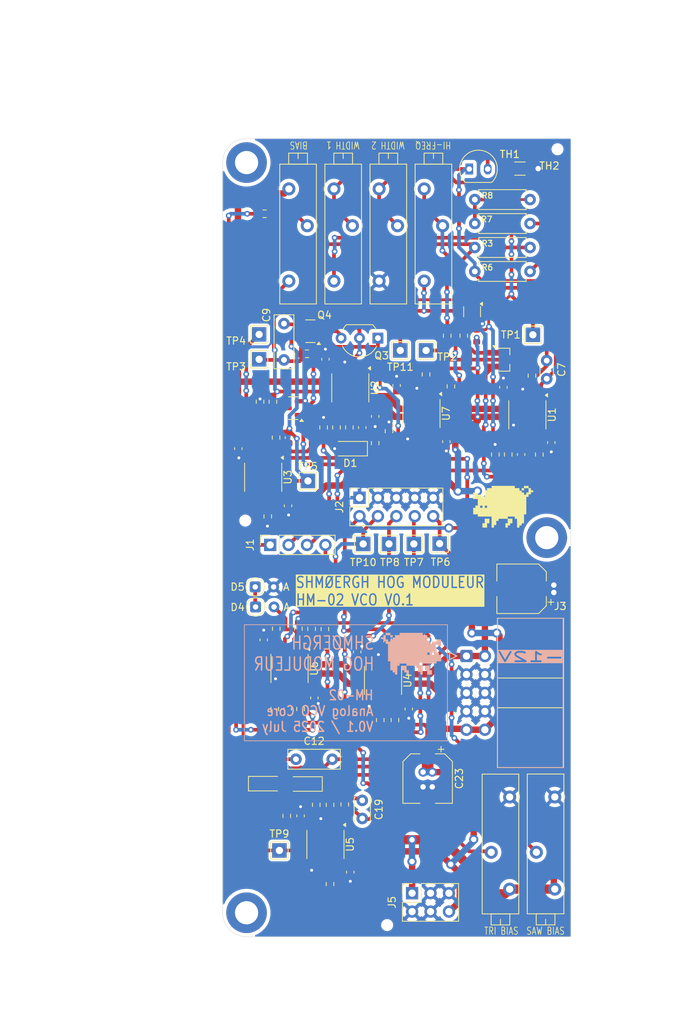
<source format=kicad_pcb>
(kicad_pcb (version 20241229) (generator "pcbnew") (generator_version "9.0")
  (layers (0 "F.Cu" signal) (2 "B.Cu" signal) (13 "F.Paste" user) (15 "B.Paste" user) (5 "F.SilkS" user "F.Silkscreen") (7 "B.SilkS" user "B.Silkscreen") (1 "F.Mask" user) (3 "B.Mask" user) (25 "Edge.Cuts" user))
  (net 0 "")
  (net 1 "GND")
  (net 2 "+12V")
  (net 3 "-12V")
  (net 4 "Net-(C7-Pad2)")
  (net 5 "CV")
  (net 6 "Net-(C8-Pad2)")
  (net 7 "/Raw oscillator/I_REF")
  (net 8 "Net-(Q1B-C2)")
  (net 9 "RAW_SAW")
  (net 10 "Net-(Q3-G)")
  (net 11 "Net-(U3-+)")
  (net 12 "Net-(C11-Pad1)")
  (net 13 "Net-(D1-K)")
  (net 14 "SAW_INV")
  (net 15 "Net-(D2-K)")
  (net 16 "TRI")
  (net 17 "Net-(U5A--)")
  (net 18 "Net-(U6B--)")
  (net 19 "SQR")
  (net 20 "SAW")
  (net 21 "Net-(D4-A)")
  (net 22 "Net-(D4-K)")
  (net 23 "FM")
  (net 24 "SQR_SHAPE")
  (net 25 "HARD_SYNC")
  (net 26 "Net-(Q1A-B1)")
  (net 27 "Net-(Q1A-E1)")
  (net 28 "Net-(Q2-E)")
  (net 29 "/Raw oscillator/HI_FREQ_COMP")
  (net 30 "Net-(Q2-B)")
  (net 31 "Net-(Q5-B)")
  (net 32 "Net-(Q5-C)")
  (net 33 "Net-(R1-Pad1)")
  (net 34 "Net-(R3-Pad2)")
  (net 35 "Net-(R6-Pad2)")
  (net 36 "Net-(R8-Pad2)")
  (net 37 "Net-(R12-Pad2)")
  (net 38 "Net-(U2B--)")
  (net 39 "Net-(U4A--)")
  (net 40 "Net-(R24-Pad2)")
  (net 41 "Net-(R28-Pad2)")
  (net 42 "Net-(U4B--)")
  (net 43 "Net-(R32-Pad2)")
  (net 44 "Net-(U6A-+)")
  (net 45 "Net-(R35-Pad1)")
  (net 46 "Net-(U7A--)")
  (net 47 "-5V")
  (net 48 "Net-(U3-BAL)")
  (net 49 "Net-(U7B--)")
  (footprint "Potentiometer_THT:Potentiometer_Bourns_3006P_Horizontal" (layer "F.Cu") (at 139.355053 63.628185 -90)
    (property "Reference" "R_WIDTH1")
    (property "Value" "See t.comp. table")
  )
  (footprint "Resistor_SMD:R_0603_1608Metric" (layer "F.Cu") (at 131.368 85.2105 90)
    (property "Reference" "R19")
    (property "Value" "330k")
  )
  (footprint "Resistor_SMD:R_0603_1608Metric" (layer "F.Cu") (at 152.053 76.49972 -90)
    (property "Reference" "R39")
    (property "Value" "240k")
  )
  (footprint "Potentiometer_THT:Potentiometer_Bourns_3006P_Horizontal" (layer "F.Cu") (at 151.801053 63.628185 -90)
    (property "Reference" "R_HIFREQ1")
    (property "Value" "2k (prec)")
  )
  (footprint "Capacitor_SMD:C_0603_1608Metric" (layer "F.Cu") (at 147.989 78.02372 -90)
    (property "Reference" "C22")
    (property "Value" "100n")
  )
  (footprint "Resistor_SMD:R_1206_3216Metric_Pad1.30x1.75mm_HandSolder" (layer "F.Cu") (at 164.999 48.133)
    (property "Reference" "TH2")
    (property "Value" "PTS120602B100RP100")
  )
  (footprint "Resistor_SMD:R_0603_1608Metric" (layer "F.Cu") (at 155.482 78.15072 -90)
    (property "Reference" "R40")
    (property "Value" "100k")
  )
  (footprint "Capacitor_SMD:C_0603_1608Metric" (layer "F.Cu") (at 169.325 85.89072 -90)
    (property "Reference" "C5")
    (property "Value" "100n")
  )
  (footprint "Potentiometer_THT:Potentiometer_Bourns_3006P_Horizontal" (layer "F.Cu") (at 133.132053 63.628185 -90)
    (property "Reference" "R_BIAS1")
    (property "Value" "100k (prec)")
  )
  (footprint "Resistor_SMD:R_0603_1608Metric" (layer "F.Cu") (at 129.794 54.356 180)
    (property "Reference" "R1")
    (property "Value" "100k")
  )
  (footprint "Resistor_SMD:R_0603_1608Metric" (layer "F.Cu") (at 129.159 80.2575 -90)
    (property "Reference" "R18")
    (property "Value" "100k")
  )
  (footprint "Resistor_SMD:R_0603_1608Metric" (layer "F.Cu") (at 147.766 124.142 -90)
    (property "Reference" "R30")
    (property "Value" "100k")
  )
  (footprint "Resistor_SMD:R_0603_1608Metric" (layer "F.Cu") (at 163.384778 87.54172 90)
    (property "Reference" "R4")
    (property "Value" "1M")
  )
  (footprint "Resistor_SMD:R_0603_1608Metric" (layer "F.Cu") (at 148.401 113.093 90)
    (property "Reference" "R26")
    (property "Value" "27k")
  )
  (footprint "Resistor_SMD:R_0603_1608Metric" (layer "F.Cu") (at 167.674 87.54872 90)
    (property "Reference" "R9")
    (property "Value" "1.5k")
  )
  (footprint "Package_SO:SOIC-8_3.9x4.9mm_P1.27mm" (layer "F.Cu") (at 151.418 81.89572 -90)
    (property "Reference" "U7")
    (property "Value" "TL072")
  )
  (footprint "Package_SO:SOIC-8_3.9x4.9mm_P1.27mm" (layer "F.Cu") (at 133.223 117.03 -90)
    (property "Reference" "U6")
    (property "Value" "TL072")
  )
  (footprint "Connector_PinSocket_2.54mm:PinSocket_2x03_P2.54mm_Vertical" (layer "F.Cu") (at 150.129 148 90)
    (property "Reference" "J5")
    (property "Value" "Conn_02x03_Odd_Even")
  )
  (footprint "Shmoergh_Custom_Footprints:R_Axial_DIN0207_L6.3mm_D2.5mm_P7.62mm_Horizontal" (layer "F.Cu") (at 158.776 62.3065)
    (property "Reference" "R6")
    (property "Value" "See t.comp. table")
  )
  (footprint "Resistor_SMD:R_0603_1608Metric" (layer "F.Cu") (at 134.747 122.618 -90)
    (property "Reference" "R38")
    (property "Value" "100k")
  )
  (footprint "" (layer "F.Cu") (at 170.18 45.466)
    (property "Reference" "")
    (property "Value" "")
  )
  (footprint "Package_SO:SOIC-8_3.9x4.9mm_P1.27mm" (layer "F.Cu") (at 138.176 141.287 -90)
    (property "Reference" "U5")
    (property "Value" "TL072")
  )
  (footprint "MountingHole:MountingHole_3.2mm_M3_DIN965_Pad" (layer "F.Cu") (at 168.7 99)
    (property "Reference" "H2")
    (property "Value" "MountingHole")
  )
  (footprint "Capacitor_SMD:C_0603_1608Metric" (layer "F.Cu") (at 134.747 137.35 -90)
    (property "Reference" "C16")
    (property "Value" "100n")
  )
  (footprint "Capacitor_SMD:C_0603_1608Metric" (layer "F.Cu") (at 143.256 83.8265 -90)
    (property "Reference" "C11")
    (property "Value" "47p")
  )
  (footprint "Resistor_SMD:R_0603_1608Metric" (layer "F.Cu") (at 139.7 83.8135 90)
    (property "Reference" "R14")
    (property "Value" "10k")
  )
  (footprint "Resistor_SMD:R_0603_1608Metric" (layer "F.Cu") (at 134.4422 111.5436 90)
    (property "Reference" "R34")
    (property "Value" "220k")
  )
  (footprint "Diode_THT:D_DO-34_SOD68_P2.54mm_Vertical_AnodeUp" (layer "F.Cu") (at 128.49153 105.791)
    (property "Reference" "D5")
    (property "Value" "5.1V")
  )
  (footprint "Package_SO:SOIC-8_3.9x4.9mm_P1.27mm" (layer "F.Cu") (at 166.023 82.06772 -90)
    (property "Reference" "U1")
    (property "Value" "TL072")
  )
  (footprint "" (layer "F.Cu") (at 146.685 152.4)
    (property "Reference" "")
    (property "Value" "")
  )
  (footprint "Capacitor_SMD:C_0603_1608Metric" (layer "F.Cu") (at 136.652 121.094 -90)
    (property "Reference" "C13")
    (property "Value" "100n")
  )
  (footprint "Capacitor_SMD:C_0603_1608Metric" (layer "F.Cu") (at 133.146 85.2105 90)
    (property "Reference" "C10")
    (property "Value" "22p")
  )
  (footprint "Diode_SMD:D_SOD-123" (layer "F.Cu") (at 129.921 132.905)
    (property "Reference" "D3")
    (property "Value" "1N4148")
  )
  (footprint "Capacitor_SMD:C_0603_1608Metric" (layer "F.Cu") (at 149.671 122.618 -90)
    (property "Reference" "C17")
    (property "Value" "100n")
  )
  (footprint "MountingHole:MountingHole_3.2mm_M3_DIN965_Pad" (layer "F.Cu") (at 127.3 47.3)
    (property "Reference" "H1")
    (property "Value" "MountingHole")
  )
  (footprint "Shmoergh_Custom_Footprints:R_Axial_DIN0207_L6.3mm_D2.5mm_P7.62mm_Horizontal" (layer "F.Cu") (at 158.776 52.4005)
    (property "Reference" "R8")
    (property "Value" "See t.comp. table")
  )
  (footprint "Resistor_SMD:R_0603_1608Metric" (layer "F.Cu") (at 159.038 71.16572 90)
    (property "Reference" "R10")
    (property "Value" "1M")
  )
  (footprint "Shmoergh_Logo:Gyeszno" (layer "F.Cu") (at 162.687 94.742)
    (property "Reference" "G***" (hide yes))
    (property "Value" "LOGO" (hide yes))
  )
  (footprint "Package_TO_SOT_SMD:SOT-363_SC-70-6" (layer "F.Cu") (at 158.403 67.86372 -90)
    (property "Reference" "Q1")
    (property "Value" "BC847BS")
  )
  (footprint "Connector_PinSocket_2.54mm:PinSocket_2x05_P2.54mm_Vertical" (layer "F.Cu") (at 142.875 93.5 90)
    (property "Reference" "J2")
    (property "Value" "Conn_02x05_Odd_Even")
  )
  (footprint "Resistor_SMD:R_0603_1608Metric" (layer "F.Cu") (at 146.939 84.3215 90)
    (property "Reference" "R22")
    (property "Value" "47k")
  )
  (footprint "Resistor_SMD:R_0603_1608Metric" (layer "F.Cu") (at 166.658 76.66972 90)
    (property "Reference" "R2")
    (property "Value" "150k")
  )
  (footprint "Capacitor_SMD:C_0603_1608Metric" (layer "F.Cu") (at 145.034 82.2895 -90)
    (property "Reference" "C3")
    (property "Value" "100n")
  )
  (footprint "Package_TO_SOT_SMD:SOT-23_Handsoldering" (layer "F.Cu") (at 162.848 74.46772)
    (property "Reference" "Q2")
    (property "Value" "MMBT3906")
  )
  (footprint "Package_SO:SOIC-8_3.9x4.9mm_P1.27mm" (layer "F.Cu") (at 141.605 78.3525 -90)
    (property "Reference" "U2")
    (property "Value" "TL072")
  )
  (footprint "TestPoint:TestPoint_THTPad_2.0x2.0mm_Drill1.0mm" (layer "F.Cu") (at 129.032 74.4155)
    (property "Reference" "TP3")
    (property "Value" "RAW_SAW")
  )
  (footprint "TestPoint:TestPoint_THTPad_2.0x2.0mm_Drill1.0mm" (layer "F.Cu") (at 166.785 71.03872)
    (property "Reference" "TP1")
    (property "Value" "-18mV/V")
  )
  (footprint "Potentiometer_THT:Potentiometer_Bourns_3006P_Horizontal" (layer "F.Cu") (at 163.582194 134.748327 90)
    (property "Reference" "RV_TRI_BIAS1")
    (property "Value" "100k")
  )
  (footprint "Resistor_SMD:R_0603_1608Metric" (layer "F.Cu") (at 131.3942 111.5436 90)
    (property "Reference" "R32")
    (property "Value" "47k")
  )
  (footprint "Resistor_SMD:R_0603_1608Metric" (layer "F.Cu") (at 161.606778 87.54172 -90)
    (property "Reference" "R5")
    (property "Value" "100k")
  )
  (footprint "TestPoint:TestPoint_THTPad_2.0x2.0mm_Drill1.0mm" (layer "F.Cu") (at 129.032 70.9865)
    (property "Reference" "TP4")
    (property "Value" "VCOVREF")
  )
  (footprint "Diode_THT:D_DO-34_SOD68_P2.54mm_Vertical_AnodeUp" (layer "F.Cu") (at 128.54233 108.5464)
    (property "Reference" "D4")
    (property "Value" "5.1V")
  )
  (footprint "Capacitor_SMD:C_0603_1608Metric" (layer "F.Cu") (at 129.667 113.093 -90)
    (property "Reference" "C14")
    (property "Value" "100n")
  )
  (footprint "Capacitor_SMD:C_0603_1608Metric" (layer "F.Cu") (at 141.605 145.097 -90)
    (property "Reference" "C15")
    (property "Value" "100n")
  )
  (footprint "TestPoint:TestPoint_THTPad_2.0x2.0mm_Drill1.0mm" (layer "F.Cu") (at 146.939 99.862)
    (property "Reference" "TP8")
    (property "Value" "TRI")
  )
  (footprint "Resistor_SMD:R_0603_1608Metric" (layer "F.Cu") (at 137.922 83.8135 90)
    (property "Reference" "R13")
    (property "Value" "1M")
  )
  (footprint "Capacitor_THT:C_Rect_L7.2mm_W2.5mm_P5.00mm_FKS2_FKP2_MKS2_MKP2" (layer "F.Cu") (at 132.461 69.5025 -90)
    (property "Reference" "C9")
    (property "Value" "2.2nF (foil)")
  )
  (footprint "Capacitor_SMD:C_0603_1608Metric" (layer "F.Cu") (at 138.176 74.4155 -90)
    (property "Reference" "C4")
    (property "Value" "100n")
  )
  (footprint "Diode_SMD:D_SOD-123" (layer "F.Cu") (at 135.382 132.953 180)
    (property "Reference" "D2")
    (property "Value" "1N4148")
  )
  (footprint "Capacitor_THT:C_Disc_D3.0mm_W2.0mm_P2.50mm" (layer "F.Cu") (at 143.256 137.711 90)
    (property "Reference" "C19")
    (property "Value" "22p")
  )
  (footprint "Package_SO:SOIC-8_3.9x4.9mm_P1.27mm" (layer "F.Cu") (at 146.115 118.681 -90)
    (property "Reference" "U4")
    (property "Value" "TL072")
  )
  (footprint "Capacitor_THT:C_Disc_D3.0mm_W1.6mm_P2.50mm" (layer "F.Cu") (at 168.69 74.59472 -90)
    (property "Reference" "C7")
    (property "Value" "100p-1n")
  )
  (footprint "Capacitor_SMD:C_0603_1608Metric" (layer "F.Cu") (at 154.847 85.77072 -90)
    (property "Reference" "C21")
    (property "Value" "100n")
  )
  (footprint "" (layer "F.Cu") (at 127.127 96.647)
    (property "Reference" "")
    (property "Value" "")
  )
  (footprint "Resistor_SMD:R_0603_1608Metric" (layer "F.Cu") (at 140.843 135.763 90)
    (property "Reference" "R31")
    (property "Value" "220k")
  )
  (footprint "Resistor_SMD:R_0603_1608Metric" (layer "F.Cu") (at 150.179 113.093 -90)
    (property "Reference" "R24")
    (property "Value" "15k")
  )
  (footprint "Resistor_SMD:R_0603_1608Metric" (layer "F.Cu") (at 136.271 111.569 90)
    (property "Reference" "R35")
    (property "Value" "2.2M")
  )
  (footprint "TestPoint:TestPoint_THTPad_2.0x2.0mm_Drill1.0mm" (layer "F.Cu") (at 148.497 73.19772)
    (property "Reference" "TP11")
    (property "Value" "-5V")
  )
  (footprint "Resistor_SMD:R_0603_1608Metric" (layer "F.Cu") (at 154.974 71.16572 90)
    (property "Reference" "R12")
    (property "Value" "510")
  )
  (footprint "Capacitor_THT:C_Rect_L7.0mm_W2.5mm_P5.00mm" (layer "F.Cu") (at 134.112 129.54)
    (property "Reference" "C12")
    (property "Value" "10p-100p")
  )
  (footprint "Capacitor_SMD:C_0603_1608Metric" (layer "F.Cu") (at 165.162778 87.54172 -90)
    (property "Reference" "C8")
    (property "Value" "100p")
  )
  (footprint "Capacitor_SMD:C_0603_1608Metric" (layer "F.Cu") (at 126.161 86.7345 90)
    (property "Reference" "C2")
    (property "Value" "100n")
  )
  (footprint "Resistor_SMD:R_0603_1608Metric" (layer "F.Cu") (at 145.034 85.9725 90)
    (property "Reference" "R21")
    (property "Value" "100k")
  )
  (footprint "Diode_SMD:D_SOD-123" (layer "F.Cu") (at 141.605 86.7345 180)
    (property "Reference" "D1")
    (property "Value" "1N4148")
  )
  (footprint "Package_SO:SOIC-8_3.9x4.9mm_P1.27mm" (layer "F.Cu") (at 129.59 90.6715 -90)
    (property "Reference" "U3")
    (property "Value" "LM311")
  )
  (footprint "Package_TO_SOT_SMD:SOT-23" (layer "F.Cu") (at 136.0955 70.5445 180)
    (property "Reference" "Q4")
    (property "Value" "MMBFJ111")
  )
  (footprint "Potentiometer_THT:Potentiometer_Bourns_3006P_Horizontal" (layer "F.Cu") (at 169.805194 134.739327 90)
    (property "Reference" "RV_SAW_BIAS1")
    (property "Value" "10k")
  )
  (footprint "TestPoint:TestPoint_THTPad_2.0x2.0mm_Drill1.0mm" (layer "F.Cu") (at 153.924 99.822)
    (property "Reference" "TP6")
    (property "Value" "SAWInv")
  )
  (footprint "Resistor_SMD:R_0603_1608Metric" (layer "F.Cu") (at 146.75 113.157 90)
    (property "Reference" "R23")
    (property "Value" "15k")
  )
  (footprint "TestPoint:TestPoint_THTPad_2.0x2.0mm_Drill1.0mm" (layer "F.Cu") (at 135.763 91.1795)
    (property "Reference" "TP5")
    (property "Value" "Reset OUT")
  )
  (footprint "Resistor_SMD:R_0603_1608Metric" (layer "F.Cu") (at 141.478 83.8135 -90)
    (property "Reference" "R15")
    (property "Value" "100k")
  )
  (footprint "Shmoergh_Custom_Footprints:R_Axial_DIN0207_L6.3mm_D2.5mm_P7.62mm_Horizontal" (layer "F.Cu") (at 158.776 59.0045)
    (property "Reference" "R3")
    (property "Value" "See t.comp. table")
  )
  (footprint "Connector_IDC:IDC-Header_2x05_P2.54mm_Horizontal" (layer "F.Cu") (at 157.6245 115.316)
    (property "Reference" "J3")
    (property "Value" "Conn_02x05_Odd_Even")
  )
  (footprint "Resistor_SMD:R_0603_1608Metric" (layer "F.Cu") (at 130.937 80.2575 90)
    (property "Reference" "R17")
    (property "Value" "150k")
  )
  (footprint "Resistor_SMD:R_0603_1608Metric" (layer "F.Cu") (at 138.811 146.748 90)
    (property "Reference" "R37")
    (property "Value" "100k")
  )
  (footprint "Capacitor_SMD:C_0603_1608Metric" (layer "F.Cu") (at 142.559 114.744 -90)
    (property "Reference" "C18")
    (property "Value" "100n")
  )
  (footprint "TestPoint:TestPoint_THTPad_2.0x2.0mm_Drill1.0mm" (layer "F.Cu") (at 152.053 73.19772)
    (property "Reference" "TP2")
    (property "Value" "HiFreq")
  )
  (footprint "TestPoint:TestPoint_THTPad_2.0x2.0mm_Drill1.0mm" (layer "F.Cu") (at 131.826 142.113)
    (property "Reference" "TP9")
    (property "Value" "PW")
  )
  (footprint "Capacitor_SMD:C_0603_1608Metric" (layer "F.Cu") (at 162.721 78.27072 -90)
    (property "Reference" "C6")
    (property "Value" "100n")
  )
  (footprint "Resistor_SMD:R_0603_1608Metric" (layer "F.Cu") (at 131.191 122.618 -90)
    (property "Reference" "R36")
    (property "Value" "240k")
  )
  (footprint "Capacitor_SMD:CP_Elec_6.3x7.7" (layer "F.Cu") (at 165.227 106.045 180)
    (property "Reference" "C24")
    (property "Value" "100u")
  )
  (footprint "Resistor_SMD:R_0603_1608Metric" (layer "F.Cu") (at 135.636 73.6535)
    (property "Reference" "R16")
    (property "Value" "22k")
  )
  (footprint "Package_TO_SOT_SMD:SOT-23" (layer "F.Cu") (at 133.731 81.1465 180)
    (property "Reference" "Q5")
    (property "Value" "MMBT5551")
  )
  (footprint "Capacitor_SMD:CP_Elec_6.3x7.7" (layer "F.Cu") (at 152.273 132.207 -90)
    (property "Reference" "C23")
    (property "Value" "100u")
  )
  (footprint "TestPoint:TestPoint_THTPad_2.0x2.0mm_Drill1.0mm" (layer "F.Cu") (at 150.368 99.862)
    (property "Reference" "TP7")
    (property "Value" "SAW")
  )
  (footprint "MountingHole:MountingHole_3.2mm_M3_DIN965_Pad" (layer "F.Cu") (at 127.3 150.7)
    (property "Reference" "H3")
    (property "Value" "MountingHole")
  )
  (footprint "Shmoergh_Custom_Footprints:R_Axial_DIN0207_L6.3mm_D2.5mm_P7.62mm_Horizontal" (layer "F.Cu") (at 166.396 55.7025 180)
    (property "Reference" "R7")
    (property "Value" "See t.comp. table")
  )
  (footprint "Capacitor_SMD:C_0603_1608Metric" (layer "F.Cu") (at 133.019 94.6085 -90)
    (property "Reference" "C1")
    (property "Value" "100n")
  )
  (footprint "Resistor_SMD:R_0603_1608Metric" (layer "F.Cu") (at 136.906 135.826 90)
    (property "Reference" "R27")
    (property "Value" "100k")
  )
  (footprint "Connector_PinSocket_2.54mm:PinSocket_1x04_P2.54mm_Vertical" (layer "F.Cu") (at 130.556 100 90)
    (property "Reference" "J1")
    (property "Value" "Conn_01x04")
  )
  (footprint "Capacitor_SMD:C_0603_1608Metric" (layer "F.Cu") (at 132.969 122.618 90)
    (property "Reference" "C20")
    (property "Value" "33p")
  )
  (footprint "Resistor_SMD:R_0603_1608Metric" (layer "F.Cu") (at 157.26 71.16572 -90)
    (property "Reference" "R11")
    (property "Value" "1.5k")
  )
  (footprint "Package_TO_SOT_THT:TO-92-2" (layer "F.Cu") (at 158.014 48.1885)
    (property "Reference" "TH1")
    (property "Value" "See t.comp. table")
  )
  (footprint "Resistor_SMD:R_0603_1608Metric" (layer "F.Cu") (at 132.842 137.35 -90)
    (property "Reference" "R25")
    (property "Value" "100k")
  )
  (footprint "Resistor_SMD:R_0603_1608Metric" (layer "F.Cu") (at 138.0998 111.5944 90)
    (property "Reference" "R33")
    (property "Value" "2.2k")
  )
  (footprint "Resistor_SMD:R_0603_1608Metric" (layer "F.Cu") (at 145.734 124.142 -90)
    (property "Reference" "R29")
    (property "Value" "100k")
  )
  (footprint "Resistor_SMD:R_0603_1608Metric" (layer "F.Cu") (at 138.811 135.826 90)
    (property "Reference" "R28")
    (property "Value" "100k")
  )
  (footprint "Package_TO_SOT_THT:TO-92_Inline_Wide" (layer "F.Cu") (at 145.415 71.4945 180)
    (property "Reference" "Q3")
    (property "Value" "J111")
  )
  (footprint "Potentiometer_THT:Potentiometer_Bourns_3006P_Horizontal" (layer "F.Cu") (at 145.578053 63.628185 -90)
    (property "Reference" "R_WIDTH2")
    (property "Value" "See t.comp. table")
  )
  (footprint "TestPoint:TestPoint_THTPad_2.0x2.0mm_Drill1.0mm" (layer "F.Cu") (at 143.383 99.862)
    (property "Reference" "TP10")
    (property "Value" "SQR")
  )
  (footprint "Resistor_SMD:R_0603_1608Metric" (layer "F.Cu") (at 130.225 96.0685 -90)
    (property "Reference" "R20")
    (property "Value" "2.2k")
  )
  (footprint "Shmoergh_Logo:Gyeszno" (layer "B.Cu") (at 150 115 180)
    (property "Reference" "G***" (hide yes))
    (property "Value" "LOGO" (hide yes))
  )
  (gr_rect (start 161.925 110.109) (end 170.942 130.683) (stroke (width 0.1)) (fill no) (layer "B.SilkS"))
  (gr_line (start 155.321 114.808) (end 156.337 115.316) (stroke (width 0.1)) (layer "B.SilkS"))
  (gr_line (start 155.321 115.824) (end 155.321 114.808) (stroke (width 0.1)) (layer "B.SilkS"))
  (gr_rect (start 127 111) (end 155 127) (stroke (width 0.1)) (fill no) (layer "B.SilkS"))
  (gr_line (start 156.337 115.316) (end 155.321 115.824) (stroke (width 0.1)) (layer "B.SilkS"))
  (gr_line (start 127.3 44) (end 172 44) (stroke (width 0.05)) (layer "Edge.Cuts"))
  (gr_arc (start 127.3 154) (mid 124.966548 153.033452) (end 124 150.7) (stroke (width 0.05)) (layer "Edge.Cuts"))
  (gr_line (start 172 154) (end 127.3 154) (stroke (width 0.05)) (layer "Edge.Cuts"))
  (gr_arc (start 124 47.3) (mid 124.966548 44.966548) (end 127.3 44) (stroke (width 0.05)) (layer "Edge.Cuts"))
  (gr_line (start 124 150.7) (end 124 47.3) (stroke (width 0.05)) (layer "Edge.Cuts"))
  (gr_line (start 172 44) (end 172 154) (stroke (width 0.05)) (layer "Edge.Cuts"))
  (gr_text "BIAS" (at 134.493 44.323 180) (layer "F.SilkS") (effects (font (size 1 0.75) (thickness 0.1)) (justify bottom)))
  (gr_text "SHMØERGH HOG MODULEUR\nHM-02 VCO V0.1" (at 133.985 108.458 0) (layer "F.SilkS" knockout) (effects (font (size 1.5 1.25) (thickness 0.2) (bold yes)) (justify left bottom)))
  (gr_text "HI-FREQ" (at 153.035 44.323 180) (layer "F.SilkS") (effects (font (size 1 0.75) (thickness 0.1)) (justify bottom)))
  (gr_text "WIDTH 1" (at 140.589 44.323 180) (layer "F.SilkS") (effects (font (size 1 0.75) (thickness 0.1)) (justify bottom)))
  (gr_text "WIDTH 2" (at 146.812 44.323 180) (layer "F.SilkS") (effects (font (size 1 0.75) (thickness 0.1)) (justify bottom)))
  (gr_text "SAW BIAS" (at 168.529 153.797 0) (layer "F.SilkS") (effects (font (size 1 0.75) (thickness 0.1)) (justify bottom)))
  (gr_text "TRI BIAS" (at 162.433 153.797 0) (layer "F.SilkS") (effects (font (size 1 0.75) (thickness 0.1)) (justify bottom)))
  (gr_text "SHMØERGH \nHOG MODULEUR" (at 145.034 117.475 0) (layer "B.SilkS") (effects (font (size 1.8 1.4) (thickness 0.2)) (justify left bottom mirror)))
  (gr_text "-12V" (at 171.323 116.205 0) (layer "B.SilkS" knockout) (effects (font (size 1.3 2.3) (thickness 0.25) (bold yes)) (justify left bottom mirror)))
  (gr_text "HM-02 \nAnalog VCO Core\nV0.1 / 2025 July" (at 144.907 125.857 0) (layer "B.SilkS") (effects (font (size 1.35 1.15) (thickness 0.2) (bold yes)) (justify left bottom mirror)))
  (segment (start 139.955 84.8935) (end 139.7 84.6385) (width 0.508) (layer "F.Cu") (net 1))
  (segment (start 158.403 69.186578) (end 158.403 68.81372) (width 0.381) (layer "F.Cu") (net 1))
  (segment (start 158.746642 69.53022) (end 158.403 69.186578) (width 0.381) (layer "F.Cu") (net 1))
  (segment (start 159.813939 69.514105) (end 159.797824 69.53022) (width 0.381) (layer "F.Cu") (net 1))
  (segment (start 159.797824 69.53022) (end 158.746642 69.53022) (width 0.381) (layer "F.Cu") (net 1))
  (segment (start 139.955 86.7345) (end 139.955 84.8935) (width 0.508) (layer "F.Cu") (net 1))
  (via (at 146.939 83.0515) (size 0.8) (drill 0.4) (layers "F.Cu" "B.Cu") (net 1))
  (via (at 159.813939 69.514105) (size 0.8) (drill 0.4) (layers "F.Cu" "B.Cu") (net 1))
  (via (at 135.382 80.1305) (size 0.8) (drill 0.4) (layers "F.Cu" "B.Cu") (net 1))
  (via (at 162.721 77.00772) (size 0.8) (drill 0.4) (layers "F.Cu" "B.Cu") (net 1))
  (via (at 149.513 85.38972) (size 0.8) (drill 0.4) (layers "F.Cu" "B.Cu") (net 1))
  (via (at 151.638 133.35) (size 1.27) (drill 0.75) (layers "F.Cu" "B.Cu") (net 1))
  (via (at 169.672 105.537) (size 1.27) (drill 0.75) (layers "F.Cu" "B.Cu") (net 1))
  (via (at 139.446 86.7345) (size 0.8) (drill 0.4) (layers "F.Cu" "B.Cu") (net 1))
  (via (at 145.034 83.6865) (size 0.8) (drill 0.4) (layers "F.Cu" "B.Cu") (net 1))
  (via (at 126.238 88.0045) (size 0.8) (drill 0.4) (layers "F.Cu" "B.Cu") (net 1))
  (via (at 149.671 123.888) (size 0.8) (drill 0.4) (layers "F.Cu" "B.Cu") (net 1))
  (via (at 169.325 87.16772) (size 0.8) (drill 0.4) (layers "F.Cu" "B.Cu") (net 1))
  (via (at 130.175 97.409) (size 0.8) (drill 0.4) (layers "F.Cu" "B.Cu") (net 1))
  (via (at 144.21 122.237) (size 0.8) (drill 0.4) (layers "F.Cu" "B.Cu") (net 1))
  (via (at 164.118 83.48472) (size 0.8) (drill 0.4) (layers "F.Cu" "B.Cu") (net 1))
  (via (at 137.1854 121.856) (size 0.8) (drill 0.4) (layers "F.Cu" "B.Cu") (net 1))
  (via (at 134.747 136.08) (size 0.8) (drill 0.4) (layers "F.Cu" "B.Cu") (net 1))
  (via (at 129.667 111.7468) (size 0.8) (drill 0.4) (layers "F.Cu" "B.Cu") (net 1))
  (via (at 129.159 79.8765) (size 0.8) (drill 0.4) (layers "F.Cu" "B.Cu") (net 1))
  (via (at 165.388 78.53172) (size 0.8) (drill 0.4) (layers "F.Cu" "B.Cu") (net 1))
  (via (at 134.4422 110.172) (size 0.8) (drill 0.4) (layers "F.Cu" "B.Cu") (net 1))
  (via (at 141.605 146.367) (size 0.8) (drill 0.4) (layers "F.Cu" "B.Cu") (net 1))
  (via (at 138.176 73.0185) (size 0.8) (drill 0.4) (layers "F.Cu" "B.Cu") (net 1))
  (via (at 150.783 78.40472) (size 0.8) (drill 0.4) (layers "F.Cu" "B.Cu") (net 1))
  (via (at 143.194 113.982) (size 0.8) (drill 0.4) (layers "F.Cu" "B.Cu") (net 1))
  (via (at 137.541 137.731) (size 0.8) (drill 0.4) (layers "F.Cu" "B.Cu") (net 1))
  (via (at 136.271 144.843) (size 0.8) (drill 0.4) (layers "F.Cu" "B.Cu") (net 1))
  (via (at 161.578 86.15172) (size 0.8) (drill 0.4) (layers "F.Cu" "B.Cu") (net 1))
  (via (at 152.908 133.35) (size 1.27) (drill 0.75) (layers "F.Cu" "B.Cu") (net 1))
  (via (at 169.672 106.553) (size 1.27) (drill 0.75) (layers "F.Cu" "B.Cu") (net 1))
  (via (at 167.513 48.133) (size 1.27) (drill 0.75) (layers "F.Cu" "B.Cu") (net 1))
  (via (at 145.48 115.125) (size 0.8) (drill 0.4) (layers "F.Cu" "B.Cu") (net 1))
  (via (at 133.096 95.8785) (size 0.8) (drill 0.4) (layers "F.Cu" "B.Cu") (net 1))
  (via (at 131.2926 118.4524) (size 0.8) (drill 0.4) (layers "F.Cu" "B.Cu") (net 1))
  (via (at 137.922 82.423) (size 0.8) (drill 0.4) (layers "F.Cu" "B.Cu") (net 1))
  (via (at 140.843 74.7965) (size 0.8) (drill 0.4) (layers "F.Cu" "B.Cu") (net 1))
  (via (at 147.989 76.75372) (size 0.8) (drill 0.4) (layers "F.Cu" "B.Cu") (net 1))
  (via (at 154.847 87.04072) (size 0.8) (drill 0.4) (layers "F.Cu" "B.Cu") (net 1))
  (segment (start 157.6245 125.476) (end 160.1645 125.476) (width 0.889) (layer "F.Cu") (net 2))
  (segment (start 142.517999 78.8605) (end 143.51 79.852501) (width 0.508) (layer "F.Cu") (net 2))
  (segment (start 162.179 112.522) (end 162.179 123.4615) (width 0.889) (layer "F.Cu") (net 2))
  (segment (start 135.572 117.729) (end 135.128 118.173) (width 0.889) (layer "F.Cu") (net 2))
  (segment (start 130.937 79.4325) (end 131.509 78.8605) (width 0.508) (layer "F.Cu") (net 2))
  (segment (start 140.081 143.762) (end 141.045 143.762) (width 0.889) (layer "F.Cu") (net 2))
  (segment (start 133.019 93.8335) (end 132.182 93.8335) (width 0.889) (layer "F.Cu") (net 2))
  (segment (start 138.303 91.821) (end 136.2905 93.8335) (width 0.889) (layer "F.Cu") (net 2))
  (segment (start 154.813 90.932) (end 141.351 90.932) (width 0.889) (layer "F.Cu") (net 2))
  (segment (start 140.716 142.24) (end 140.081 142.875) (width 0.889) (layer "F.Cu") (net 2))
  (segment (start 158.623 134.112) (end 158.623 140.589) (width 0.889) (layer "F.Cu") (net 2))
  (segment (start 167.17772 82.34172) (end 159.165 82.34172) (width 0.889) (layer "F.Cu") (net 2))
  (segment (start 141.045 143.762) (end 141.605 144.322) (width 0.889) (layer "F.Cu") (net 2))
  (segment (start 141.351 90.932) (end 140.462 91.821) (width 0.889) (layer "F.Cu") (net 2))
  (segment (start 153.948 84.99572) (end 153.323 84.37072) (width 0.889) (layer "F.Cu") (net 2))
  (segment (start 135.128 119.505) (end 135.838 119.505) (width 0.889) (layer "F.Cu") (net 2))
  (segment (start 135.128 118.173) (end 135.128 119.505) (width 0.889) (layer "F.Cu") (net 2))
  (segment (start 159.165 82.34172) (end 159.165 82.897) (width 0.889) (layer "F.Cu") (net 2))
  (segment (start 152.908 129.507) (end 154.305 128.11) (width 0.889) (layer "F.Cu") (net 2))
  (segment (start 152.654 119.126) (end 147.955 119.126) (width 0.889) (layer "F.Cu") (net 2))
  (segment (start 153.323 82.34172) (end 147.735 82.34172) (width 0.889) (layer "F.Cu") (net 2))
  (segment (start 132.182 93.8335) (end 131.495 93.1465) (width 0.889) (layer "F.Cu") (net 2))
  (segment (start 157.6245 125.476) (end 157.4975 125.349) (width 0.889) (layer "F.Cu") (net 2))
  (segment (start 145.034 80.6385) (end 145.034 81.5145) (width 0.889) (layer "F.Cu") (net 2))
  (segment (start 168.501 85.11572) (end 167.928 84.54272) (width 0.889) (layer "F.Cu") (net 2))
  (segment (start 154.305 120.777) (end 152.654 119.126) (width 0.889) (layer "F.Cu") (net 2))
  (segment (start 148.02 119.191) (end 147.955 119.126) (width 0.889) (layer "F.Cu") (net 2))
  (segment (start 152.053 75.67472) (end 159.101 75.67472) (width 0.508) (layer "F.Cu") (net 2))
  (segment (start 156.083 84.99572) (end 156.083 86.868) (width 0.889) (layer "F.Cu") (net 2))
  (segment (start 158.369 97.536) (end 158.877 97.028) (width 0.889) (layer "F.Cu") (net 2))
  (segment (start 155.271 150.54) (end 155.209 150.54) (width 0.889) (layer "F.Cu") (net 2))
  (segment (start 131.064 73.025) (end 131.064 65.696238) (width 0.508) (layer "F.Cu") (net 2))
  (segment (start 157.06628 84.99572) (end 156.083 84.99572) (width 0.889) (layer "F.Cu") (net 2))
  (segment (start 145.034 80.6385) (end 144.845 80.8275) (width 0.889) (layer "F.Cu") (net 2))
  (segment (start 141.351 119.126) (end 139.954 117.729) (width 0.889) (layer "F.Cu") (net 2))
  (segment (start 156.083 84.99572) (end 154.847 84.99572) (width 0.889) (layer "F.Cu") (net 2))
  (segment (start 156.464 92.583) (end 154.813 90.932) (width 0.889) (layer "F.Cu") (net 2))
  (segment (start 153.67 142.24) (end 140.716 142.24) (width 0.889) (layer "F.Cu") (net 2))
  (segment (start 149.671 121.843) (end 148.707 121.843) (width 0.889) (layer "F.Cu") (net 2))
  (segment (start 148.02 121.156) (end 148.02 119.191) (width 0.889) (layer "F.Cu") (net 2))
  (segment (start 152.908 131.318) (end 155.829 131.318) (width 0.889) (layer "F.Cu") (net 2))
  (segment (start 148.707 121.843) (end 148.02 121.156) (width 0.889) (layer "F.Cu") (net 2))
  (segment (start 167.928 84.54272) (end 167.928 83.092) (width 0.889) (layer "F.Cu") (net 2))
  (segment (start 161.798 112.141) (end 162.179 112.522) (width 0.889) (layer "F.Cu") (net 2))
  (segment (start 158.369 112.141) (end 158.369 97.536) (width 0.889) (layer "F.Cu") (net 2))
  (segment (start 167.928 83.092) (end 167.17772 82.34172) (width 0.889) (layer "F.Cu") (net 2))
  (segment (start 136.2905 93.8335) (end 133.019 93.8335) (width 0.889) (layer "F.Cu") (net 2))
  (segment (start 140.462 91.821) (end 138.303 91.821) (width 0.889) (layer "F.Cu") (net 2))
  (segment (start 147.955 119.126) (end 141.351 119.126) (width 0.889) (layer "F.Cu") (net 2))
  (segment (start 159.165 82.897) (end 157.06628 84.99572) (width 0.889) (layer "F.Cu") (net 2))
  (segment (start 147.735 82.34172) (end 146.22078 80.8275) (width 0.889) (layer "F.Cu") (net 2))
  (segment (start 157.4975 125.349) (end 154.305 125.349) (width 0.889) (layer "F.Cu") (net 2))
  (segment (start 131.064 65.696238) (end 133.132053 63.628185) (width 0.508) (layer "F.Cu") (net 2))
  (segment (start 144.845 80.8275) (end 143.51 80.8275) (width 0.889) (layer "F.Cu") (net 2))
  (segment (start 159.165 80.103) (end 159.131 80.137) (width 0.508) (layer "F.Cu") (net 2))
  (segment (start 131 79.4325) (end 131.064 79.3685) (width 0.508) (layer "F.Cu") (net 2))
  (segment (start 155.448 144.018) (end 153.67 142.24) (width 0.889) (layer "F.Cu") (net 2))
  (segment (start 154.847 84.99572) (end 153.948 84.99572) (width 0.889) (layer "F.Cu") (net 2))
  (segment (start 158.877 97.028) (end 159.131 96.774) (width 0.889) (layer "F.Cu") (net 2))
  (segment (start 130.937 79.4325) (end 131 79.4325) (width 0.508) (layer "F.Cu") (net 2))
  (segment (start 169.325 85.11572) (end 168.501 85.11572) (width 0.889) (layer "F.Cu") (net 2))
  (segment (start 152.273 129.507) (end 152.908 129.507) (width 0.889) (layer "F.Cu") (net 2))
  (segment (start 162.179 123.4615) (end 160.1645 125.476) (width 0.889) (layer "F.Cu") (net 2))
  (segment (start 131.509 78.8605) (end 142.517999 78.8605) (width 0.508) (layer "F.Cu") (net 2))
  (segment (start 159.165 75.61072) (end 159.165 80.103) (width 0.508) (layer "F.Cu") (net 2))
  (segment (start 154.305 128.11) (end 154.305 120.777) (width 0.889) (layer "F.Cu") (net 2))
  (segment (start 155.448 144.018) (end 156.7045 145.2745) (width 0.889) (layer "F.Cu") (net 2))
  (segment (start 155.829 131.318) (end 158.623 134.112) (width 0.889) (layer "F.Cu") (net 2))
  (segment (start 159.165 82.34172) (end 153.323 82.34172) (width 0.889) (layer "F.Cu") (net 2))
  (segment (start 159.131 96.774) (end 159.131 92.583) (width 0.889) (layer "F.Cu") (net 2))
  (segment (start 159.101 75.67472) (end 159.165 75.61072) (width 0.508) (layer "F.Cu") (net 2))
  (segment (start 131.191 73.152) (end 131.064 73.025) (width 0.508) (layer "F.Cu") (net 2))
  (segment (start 146.22078 80.8275) (end 144.845 80.8275) (width 0.889) (layer "F.Cu") (net 2))
  (segment (start 143.51 79.852501) (end 143.51 80.8275) (width 0.508) (layer "F.Cu") (net 2))
  (segment (start 139.954 117.729) (end 135.572 117.729) (width 0.889) (layer "F.Cu") (net 2))
  (segment (start 140.081 142.875) (end 140.081 143.762) (width 0.889) (layer "F.Cu") (net 2))
  (segment (start 156.7045 145.2745) (end 156.7045 149.1065) (width 0.889) (layer "F.Cu") (net 2))
  (segment (start 153.323 82.34172) (end 153.323 84.37072) (width 0.889) (layer "F.Cu") (net 2))
  (segment (start 156.7045 149.1065) (end 155.271 150.54) (width 0.889) (layer "F.Cu") (net 2))
  (segment (start 135.838 119.505) (end 136.652 120.319) (width 0.889) (layer "F.Cu") (net 2))
  (via (at 151.638 131.318) (size 1.27) (drill 0.75) (layers "F.Cu" "B.Cu") (net 2))
  (via (at 159.131 80.137) (size 0.8) (drill 0.4) (layers "F.Cu" "B.Cu") (net 2))
  (via (at 152.908 131.318) (size 1.27) (drill 0.75) (layers "F.Cu" "B.Cu") (net 2))
  (via (at 159.131 92.583) (size 1.27) (drill 0.75) (layers "F.Cu" "B.Cu") (net 2))
  (via (at 161.798 112.141) (size 1.27) (drill 0.75) (layers "F.Cu" "B.Cu") (net 2))
  (via (at 156.083 86.868) (size 0.8) (drill 0.4) (layers "F.Cu" "B.Cu") (net 2))
  (via (at 155.448 144.018) (size 1.27) (drill 0.75) (layers "F.Cu" "B.Cu") (net 2))
  (via (at 131.191 73.152) (size 0.8) (drill 0.4) (layers "F.Cu" "B.Cu") (net 2))
  (via (at 156.464 92.583) (size 1.27) (drill 0.75) (layers "F.Cu" "B.Cu") (net 2))
  (via (at 159.038 71.41972) (size 0.8) (drill 0.4) (layers "F.Cu" "B.Cu") (net 2))
  (via (at 158.369 112.141) (size 1.27) (drill 0.75) (layers "F.Cu" "B.Cu") (net 2))
  (via (at 159.165 82.34172) (size 0.8) (drill 0.4) (layers "F.Cu" "B.Cu") (net 2))
  (via (at 158.623 140.589) (size 1.27) (drill 0.75) (layers "F.Cu" "B.Cu") (net 2))
  (via (at 159.165 75.61072) (size 0.8) (drill 0.4) (layers "F.Cu" "B.Cu") (net 2))
  (via (at 131.509 78.8605) (size 0.8) (drill 0.4) (layers "F.Cu" "B.Cu") (net 2))
  (segment (start 159.131 80.137) (end 159.131 82.30772) (width 0.508) (layer "B.Cu") (net 2))
  (segment (start 131.206 78.5575) (end 131.509 78.8605) (width 0.508) (layer "B.Cu") (net 2))
  (segment (start 152.908 131.318) (end 151.638 131.318) (width 0.889) (layer "B.Cu") (net 2))
  (segment (start 156.083 86.868) (end 156.464 87.249) (width 0.889) (layer "B.Cu") (net 2))
  (segment (start 131.206 73.167) (end 131.191 73.152) (width 0.508) (layer "B.Cu") (net 2))
  (segment (start 156.464 92.583) (end 159.131 92.583) (width 0.889) (layer "B.Cu") (net 2))
  (segment (start 159.165 72.68972) (end 159.038 72.56272) (width 0.508) (layer "B.Cu") (net 2))
  (segment (start 159.131 82.30772) (end 159.165 82.34172) (width 0.508) (layer "B.Cu") (net 2))
  (segment (start 131.206 78.5575) (end 131.206 73.167) (width 0.508) (layer "B.Cu") (net 2))
  (segment (start 161.798 112.141) (end 158.369 112.141) (width 0.889) (layer "B.Cu") (net 2))
  (segment (start 159.038 72.56272) (end 159.038 71.41972) (width 0.508) (layer "B.Cu") (net 2))
  (segment (start 158.623 140.589) (end 158.623 140.843) (width 0.889) (layer "B.Cu") (net 2))
  (segment (start 158.623 140.843) (end 155.448 144.018) (width 0.889) (layer "B.Cu") (net 2))
  (segment (start 156.464 87.249) (end 156.464 92.583) (width 0.889) (layer "B.Cu") (net 2))
  (segment (start 159.165 75.61072) (end 159.165 72.68972) (width 0.508) (layer "B.Cu") (net 2))
  (segment (start 141.478 84.6385) (end 141.478 87.4965) (width 0.508) (layer "F.Cu") (net 3))
  (segment (start 132.387836 116.459) (end 131.318 115.389164) (width 0.889) (layer "F.Cu") (net 3))
  (segment (start 162.527 98.973) (end 170.942 90.558) (width 0.889) (layer "F.Cu") (net 3))
  (segment (start 163.591194 147.439327) (end 163.582194 147.448327) (width 1.27) (layer "F.Cu") (net 3))
  (segment (start 142.427585 77.498) (end 139.7 77.498) (width 0.889) (layer "F.Cu") (net 3))
  (segment (start 164.118 81.25172) (end 149.513 81.25172) (width 0.889) (layer "F.Cu") (net 3))
  (segment (start 169.672 139.446) (end 167.513 137.287) (width 0.889) (layer "F.Cu") (net 3))
  (segment (start 164.118 79.59272) (end 164.118 81.25172) (width 0.889) (layer "F.Cu") (net 3))
  (segment (start 126.8535 85.9595) (end 127.685 86.791) (width 0.889) (layer "F.Cu") (net 3))
  (segment (start 126.111 85.9095) (end 126.161 85.9595) (width 0.889) (layer "F.Cu") (net 3))
  (segment (start 131.495 89.2745) (end 131.495 88.1965) (width 0.889) (layer "F.Cu") (net 3))
  (segment (start 150.114 140.6415) (end 154.3575 140.6415) (width 1.27) (layer "F.Cu") (net 3))
  (segment (start 144.21 116.206) (end 144.21 117.7645) (width 0.889) (layer "F.Cu") (net 3))
  (segment (start 167.513 114.173) (end 161.6075 108.2675) (width 0.889) (layer "F.Cu") (net 3))
  (segment (start 148.43472 81.25172) (end 146.685 79.502) (width 0.889) (layer "F.Cu") (net 3))
  (segment (start 133.132053 50.928185) (end 132.498238 51.562) (width 0.889) (layer "F.Cu") (net 3))
  (segment (start 150.129 148) (end 150.129 143.652) (width 0.889) (layer "F.Cu") (net 3))
  (segment (start 131.318 115.389164) (end 131.318 114.555) (width 0.889) (layer "F.Cu") (net 3))
  (segment (start 139.7 75.8775) (end 139.7 77.498) (width 0.889) (layer "F.Cu") (net 3))
  (segment (start 127.685 86.791) (end 127.685 88.1965) (width 0.889) (layer "F.Cu") (net 3))
  (segment (start 170.942 90.558) (end 170.942 82.804) (width 0.889) (layer "F.Cu") (net 3))
  (segment (start 152.5565 117.8265) (end 144.272 117.8265) (width 0.889) (layer "F.Cu") (net 3))
  (segment (start 136.271 140.525) (end 136.271 138.812) (width 1.27) (layer "F.Cu") (net 3))
  (segment (start 132.498238 51.562) (end 126.873 51.562) (width 0.889) (layer "F.Cu") (net 3))
  (segment (start 140.716 116.459) (end 132.387836 116.459) (width 0.889) (layer "F.Cu") (net 3))
  (segment (start 160.1645 109.7105) (end 160.1645 115.316) (width 0.889) (layer "F.Cu") (net 3))
  (segment (start 169.805194 147.439327) (end 169.672 147.306133) (width 0.889) (layer "F.Cu") (net 3))
  (segment (start 170.942 82.804) (end 169.38972 81.25172) (width 0.889) (layer "F.Cu") (net 3))
  (segment (start 126.873 51.562) (end 126.111 52.324) (width 0.889) (layer "F.Cu") (net 3))
  (segment (start 139.7 75.8125) (end 139.065 75.1775) (width 0.889) (layer "F.Cu") (net 3))
  (segment (start 150.114 140.6415) (end 136.3875 140.6415) (width 1.27) (layer "F.Cu") (net 3))
  (segment (start 169.805194 147.439327) (end 163.591194 147.439327) (width 1.27) (layer "F.Cu") (net 3))
  (segment (start 126.111 77.498) (end 139.7 77.498) (width 0.889) (layer "F.Cu") (net 3))
  (segment (start 161.807 148.091) (end 162.939521 148.091) (width 1.27) (layer "F.Cu") (net 3))
  (segment (start 140.97 88.0045) (end 131.687 88.0045) (width 0.508) (layer "F.Cu") (net 3))
  (segment (start 162.527 106.045) (end 162.527 107.348) (width 0.889) (layer "F.Cu") (net 3))
  (segment (start 134.747 138.125) (end 132.892 138.125) (width 0.889) (layer "F.Cu") (net 3))
  (segment (start 142.559 115.519) (end 143.523 115.519) (width 0.889) (layer "F.Cu") (net 3))
  (segment (start 164.118 79.59272) (end 163.268 79.59272) (width 0.889) (layer "F.Cu") (net 3))
  (segment (start 144.272 117.8265) (end 142.0835 117.8265) (width 0.889) (layer "F.Cu") (net 3))
  (segment (start 126.161 85.9595) (end 126.8535 85.9595) (width 0.889) (layer "F.Cu") (net 3))
  (segment (start 157.6245 115.316) (end 155.067 115.316) (width 0.889) (layer "F.Cu") (net 3))
  (segment (start 161.6075 108.2675) (end 160.1645 109.7105) (width 0.889) (layer "F.Cu") (net 3))
  (segment (start 150.129 143.652) (end 150.114 143.637) (width 0.889) (layer "F.Cu") (net 3))
  (segment (start 157.6245 115.316) (end 160.1645 115.316) (width 0.889) (layer "F.Cu") (net 3))
  (segment (start 131.318 114.555) (end 130.354 114.555) (width 0.889) (layer "F.Cu") (net 3))
  (segment (start 162.527 106.045) (end 162.527 98.973) (width 0.889) (layer "F.Cu") (net 3))
  (segment (start 149.513 81.25172) (end 148.43472 81.25172) (width 0.889) (layer "F.Cu") (net 3))
  (segment (start 128.677001 90.1635) (end 130.606 90.1635) (width 0.889) (layer "F.Cu") (net 3))
  (segment (start 130.606 90.1635) (end 131.495 89.2745) (width 0.889) (layer "F.Cu") (net 3))
  (segment (start 143.523 115.519) (end 144.21 116.206) (width 0.889) (layer "F.Cu") (net 3))
  (segment (start 169.38972 81.25172) (end 164.118 81.25172) (width 0.889) (layer "F.Cu") (net 3))
  (segment (start 154.3575 140.6415) (end 161.807 148.091) (width 1.27) (layer "F.Cu") (net 3))
  (segment (start 127.685 89.171499) (end 128.677001 90.1635) (width 0.889) (layer "F.Cu") (net 3))
  (segment (start 144.431585 79.502) (end 142.427585 77.498) (width 0.889) (layer "F.Cu") (net 3))
  (segment (start 148.891 78.79872) (end 149.513 79.42072) (width 0.889) (layer "F.Cu") (net 3))
  (segment (start 167.513 137.287) (end 167.513 114.173) (width 0.889) (layer "F.Cu") (net 3))
  (segment (start 131.687 88.0045) (end 131.495 88.1965) (width 0.508) (layer "F.Cu") (net 3))
  (segment (start 139.7 75.8775) (end 139.7 75.8125) (width 0.889) (layer "F.Cu") (net 3))
  (segment (start 132.892 138.125) (end 132.842 138.175) (width 0.889) (layer "F.Cu") (net 3))
  (segment (start 130.354 114.555) (end 129.667 113.868) (width 0.889) (layer "F.Cu") (net 3))
  (segment (start 136.3875 140.6415) (end 136.271 140.525) (width 1.27) (layer "F.Cu") (net 3))
  (segment (start 162.939521 148.091) (end 163.582194 147.448327) (width 1.27) (layer "F.Cu") (net 3))
  (segment (start 147.989 78.79872) (end 148.891 78.79872) (width 0.889) (layer "F.Cu") (net 3))
  (segment (start 142.0835 117.8265) (end 140.716 116.459) (width 0.889) (layer "F.Cu") (net 3))
  (segment (start 146.685 79.502) (end 144.431585 79.502) (width 0.889) (layer "F.Cu") (net 3))
  (segment (start 138.189 75.1775) (end 138.176 75.1905) (width 0.889) (layer "F.Cu") (net 3))
  (segment (start 144.21 117.7645) (end 144.272 117.8265) (width 0.889) (layer "F.Cu") (net 3))
  (segment (start 149.513 79.42072) (end 149.513 81.25172) (width 0.889) (layer "F.Cu") (net 3))
  (segment (start 139.065 75.1775) (end 138.189 75.1775) (width 0.889) (layer "F.Cu") (net 3))
  (segment (start 169.672 147.306133) (end 169.672 139.446) (width 0.889) (layer "F.Cu") (net 3))
  (segment (start 155.067 115.316) (end 152.5565 117.8265) (width 0.889) (layer "F.Cu") (net 3))
  (segment (start 162.527 107.348) (end 161.6075 108.2675) (width 0.889) (layer "F.Cu") (net 3))
  (segment (start 126.111 52.324) (end 126.111 85.9095) (width 0.889) (layer "F.Cu") (net 3))
  (segment (start 141.478 87.4965) (end 140.97 88.0045) (width 0.508) (layer "F.Cu") (net 3))
  (segment (start 136.271 138.812) (end 135.434 138.812) (width 0.889) (layer "F.Cu") (net 3))
  (segment (start 135.434 138.812) (end 134.747 138.125) (width 0.889) (layer "F.Cu") (net 3))
  (segment (start 163.268 79.59272) (end 162.721 79.04572) (width 0.889) (layer "F.Cu") (net 3))
  (segment (start 127.685 88.1965) (end 127.685 89.171499) (width 0.889) (layer "F.Cu") (net 3))
  (via (at 150.114 143.637) (size 1.27) (drill 0.75) (layers "F.Cu" "B.Cu") (net 3))
  (via (at 150.114 140.6415) (size 1.27) (drill 0.75) (layers "F.Cu" "B.Cu") (net 3))
  (segment (start 150.114 140.6415) (end 149.987 140.6415) (width 0.889) (layer "B.Cu") (net 3))
  (segment (start 150.114 140.7685) (end 150.114 143.637) (width 0.889) (layer "B.Cu") (net 3))
  (segment (start 149.987 140.6415) (end 150.114 140.7685) (width 0.889) (layer "B.Cu") (net 3))
  (segment (start 150.129 140.7835) (end 149.987 140.6415) (width 0.889) (layer "B.Cu") (net 3))
  (segment (start 168.667409 63.627) (end 159.766 63.627) (width 0.508) (layer "F.Cu") (net 4))
  (segment (start 139.355053 50.928185) (end 139.355053 53.468185) (width 0.508) (layer "F.Cu") (net 4))
  (segment (start 168.69 77.09472) (end 169.945 75.83972) (width 0.508) (layer "F.Cu") (net 4))
  (segment (start 169.945 75.83972) (end 169.945 64.904591) (width 0.508) (layer "F.Cu") (net 4))
  (segment (start 169.945 64.904591) (end 168.667409 63.627) (width 0.508) (layer "F.Cu") (net 4))
  (segment (start 167.928 79.59272) (end 167.928 77.85672) (width 0.508) (layer "F.Cu") (net 4))
  (segment (start 139.355053 53.468185) (end 141.895053 56.008185) (width 0.508) (layer "F.Cu") (net 4))
  (segment (start 139.355053 50.928185) (end 142.094738 48.1885) (width 0.508) (layer "F.Cu") (net 4))
  (segment (start 142.094738 48.1885) (end 158.014 48.1885) (width 0.508) (layer "F.Cu") (net 4))
  (segment (start 158.776 62.637) (end 158.776 62.3065) (width 0.508) (layer "F.Cu") (net 4))
  (segment (start 167.928 77.85672) (end 168.69 77.09472) (width 0.508) (layer "F.Cu") (net 4))
  (segment (start 159.766 63.627) (end 158.776 62.637) (width 0.508) (layer "F.Cu") (net 4))
  (segment (start 156.591 56.388) (end 156.591 51.054) (width 0.508) (layer "F.Cu") (net 4))
  (via (at 156.591 51.054) (size 0.8) (drill 0.4) (layers "F.Cu" "B.Cu") (net 4))
  (via (at 156.591 56.388) (size 0.8) (drill 0.4) (layers "F.Cu" "B.Cu") (net 4))
  (segment (start 158.776 61.1635) (end 158.776 62.3065) (width 0.508) (layer "B.Cu") (net 4))
  (segment (start 156.591 51.054) (end 156.591 49.022) (width 0.508) (layer "B.Cu") (net 4))
  (segment (start 156.591 49.022) (end 157.4245 48.1885) (width 0.508) (layer "B.Cu") (net 4))
  (segment (start 156.591 58.9785) (end 158.776 61.1635) (width 0.508) (layer "B.Cu") (net 4))
  (segment (start 156.591 58.9785) (end 156.591 56.388) (width 0.508) (layer "B.Cu") (net 4))
  (segment (start 157.4245 48.1885) (end 158.014 48.1885) (width 0.508) (layer "B.Cu") (net 4))
  (segment (start 166.658 77.351881) (end 168.69 75.319881) (width 0.508) (layer "F.Cu") (net 5))
  (segment (start 158.3185 58.547) (end 158.776 59.0045) (width 0.508) (layer "F.Cu") (net 5))
  (segment (start 166.658 77.49472) (end 166.658 79.59272) (width 0.508) (layer "F.Cu") (net 5))
  (segment (start 156.744 61.061) (end 157.7355 60.0695) (width 0.508) (layer "F.Cu") (net 5))
  (segment (start 168.69 74.59472) (end 168.69 65.058) (width 0.508) (layer "F.Cu") (net 5))
  (segment (start 168.69 65.058) (end 168.19372 64.56172) (width 0.508) (layer "F.Cu") (net 5))
  (segment (start 128.969 57.595) (end 129.921 58.547) (width 0.508) (layer "F.Cu") (net 5))
  (segment (start 124.841 97.028) (end 127.813 100) (width 0.508) (layer "F.Cu") (net 5))
  (segment (start 166.658 77.49472) (end 166.658 77.351881) (width 0.508) (layer "F.Cu") (net 5))
  (segment (start 157.7355 60.045) (end 158.776 59.0045) (width 0.508) (layer "F.Cu") (net 5))
  (segment (start 168.19372 64.56172) (end 157.65272 64.56172) (width 0.508) (layer "F.Cu") (net 5))
  (segment (start 156.744 63.653) (end 156.744 61.061) (width 0.508) (layer "F.Cu") (net 5))
  (segment (start 128.969 54.356) (end 127.381 54.356) (width 0.508) (layer "F.Cu") (net 5))
  (segment (start 127.813 100) (end 130.556 100) (width 0.508) (layer "F.Cu") (net 5))
  (segment (start 129.921 58.547) (end 158.3185 58.547) (width 0.508) (layer "F.Cu") (net 5))
  (segment (start 128.969 54.356) (end 128.969 57.595) (width 0.508) (layer "F.Cu") (net 5))
  (segment (start 168.69 75.319881) (end 168.69 74.59472) (width 0.508) (layer "F.Cu") (net 5))
  (segment (start 157.65272 64.56172) (end 156.744 63.653) (width 0.508) (layer "F.Cu") (net 5))
  (segment (start 157.7355 60.0695) (end 157.7355 60.045) (width 0.508) (layer "F.Cu") (net 5))
  (segment (start 124.841 54.61) (end 124.841 97.028) (width 0.508) (layer "F.Cu") (net 5))
  (via (at 124.841 54.61) (size 0.8) (drill 0.4) (layers "F.Cu" "B.Cu") (net 5))
  (via (at 127.381 54.356) (size 0.8) (drill 0.4) (layers "F.Cu" "B.Cu") (net 5))
  (segment (start 127.381 54.356) (end 125.222 54.356) (width 0.508) (layer "B.Cu") (net 5))
  (segment (start 125.095 54.356) (end 124.841 54.61) (width 0.508) (layer "B.Cu") (net 5))
  (segment (start 125.222 54.356) (end 125.095 54.356) (width 0.508) (layer "B.Cu") (net 5))
  (segment (start 167.674 88.37372) (end 166.658 88.37372) (width 0.508) (layer "F.Cu") (net 6))
  (segment (start 166.658 88.37372) (end 165.219778 88.37372) (width 0.508) (layer "F.Cu") (net 6))
  (segment (start 166.658 84.54272) (end 166.658 88.37372) (width 0.508) (layer "F.Cu") (net 6))
  (segment (start 165.219778 88.37372) (end 165.162778 88.31672) (width 0.508) (layer "F.Cu") (net 6))
  (segment (start 160.308 67.99072) (end 160.689 68.37172) (width 0.381) (layer "F.Cu") (net 7))
  (segment (start 161.29 84.621942) (end 163.384778 86.71672) (width 0.508) (layer "F.Cu") (net 7))
  (segment (start 163.384778 86.71672) (end 165.112778 86.71672) (width 0.508) (layer "F.Cu") (net 7))
  (segment (start 161.606778 88.36672) (end 161.734778 88.36672) (width 0.508) (layer "F.Cu") (net 7))
  (segment (start 165.162778 86.76672) (end 165.388 86.541498) (width 0.508) (layer "F.Cu") (net 7))
  (segment (start 161.29 83.439) (end 161.29 84.621942) (width 0.508) (layer "F.Cu") (net 7))
  (segment (start 161.29 76.835) (end 161.29 80.137) (width 0.508) (layer "F.Cu") (net 7))
  (segment (start 160.689 69.89572) (end 160.244 70.34072) (width 0.381) (layer "F.Cu") (net 7))
  (segment (start 159.053 68.22972) (end 159.292 67.99072) (width 0.381) (layer "F.Cu") (net 7))
  (segment (start 159.292 67.99072) (end 160.308 67.99072) (width 0.381) (layer "F.Cu") (net 7))
  (segment (start 165.388 86.541498) (end 165.388 83.48472) (width 0.508) (layer "F.Cu") (net 7))
  (segment (start 165.112778 86.71672) (end 165.162778 86.76672) (width 0.508) (layer "F.Cu") (net 7))
  (segment (start 159.053 68.81372) (end 159.053 68.22972) (width 0.381) (layer "F.Cu") (net 7))
  (segment (start 160.244 70.34072) (end 159.038 70.34072) (width 0.381) (layer "F.Cu") (net 7))
  (segment (start 161.734778 88.36672) (end 163.384778 86.71672) (width 0.508) (layer "F.Cu") (net 7))
  (segment (start 165.388 84.54272) (end 165.388 85.31972) (width 0.508) (layer "F.Cu") (net 7))
  (segment (start 160.689 68.37172) (end 160.689 69.89572) (width 0.381) (layer "F.Cu") (net 7))
  (via (at 161.29 76.835) (size 0.8) (drill 0.4) (layers "F.Cu" "B.Cu") (net 7))
  (via (at 161.29 80.137) (size 0.8) (drill 0.4) (layers "F.Cu" "B.Cu") (net 7))
  (via (at 161.29 83.439) (size 0.8) (drill 0.4) (layers "F.Cu" "B.Cu") (net 7))
  (via (at 160.730569 69.913848) (size 0.8) (drill 0.4) (layers "F.Cu" "B.Cu") (net 7))
  (segment (start 161.29 70.473279) (end 161.29 76.835) (width 0.508) (layer "B.Cu") (net 7))
  (segment (start 160.730569 69.913848) (end 161.29 70.473279) (width 0.508) (layer "B.Cu") (net 7))
  (segment (start 161.29 80.137) (end 161.29 83.439) (width 0.508) (layer "B.Cu") (net 7))
  (segment (start 157.26 66.21272) (end 143.80972 66.21272) (width 0.381) (layer "F.Cu") (net 8))
  (segment (start 132.553 69.5945) (end 132.461 69.5025) (width 0.508) (layer "F.Cu") (net 8))
  (segment (start 142.875 70.3515) (end 142.875 71.4945) (width 0.508) (layer "F.Cu") (net 8))
  (segment (start 142.24 75.8775) (end 142.24 74.1885) (width 0.508) (layer "F.Cu") (net 8))
  (segment (start 142.24 74.1885) (end 142.875 73.5535) (width 0.508) (layer "F.Cu") (net 8))
  (segment (start 157.768 66.72072) (end 157.26 66.21272) (width 0.381) (layer "F.Cu") (net 8))
  (segment (start 137.033 69.5945) (end 142.118 69.5945) (width 0.508) (layer "F.Cu") (net 8))
  (segment (start 142.118 67.90444) (end 142.118 69.5945) (width 0.508) (layer "F.Cu") (net 8))
  (segment (start 137.033 69.5945) (end 132.553 69.5945) (width 0.508) (layer "F.Cu") (net 8))
  (segment (start 142.118 69.5945) (end 142.875 70.3515) (width 0.508) (layer "F.Cu") (net 8))
  (segment (start 143.80972 66.21272) (end 142.118 67.90444) (width 0.508) (layer "F.Cu") (net 8))
  (segment (start 157.753 66.73572) (end 157.768 66.72072) (width 0.381) (layer "F.Cu") (net 8))
  (segment (start 157.753 66.91372) (end 157.753 66.73572) (width 0.381) (layer "F.Cu") (net 8))
  (via (at 142.875 73.5535) (size 0.8) (drill 0.4) (layers "F.Cu" "B.Cu") (net 8))
  (segment (start 142.875 73.5535) (end 142.875 71.4945) (width 0.508) (layer "B.Cu") (net 8))
  (segment (start 145.669 75.946) (end 144.55525 74.83225) (width 0.508) (layer "F.Cu") (net 9))
  (segment (start 149.098 88.138) (end 148.209 87.249) (width 0.508) (layer "F.Cu") (net 9))
  (segment (start 157.734 96.52) (end 157.734 90.678) (width 0.508) (layer "F.Cu") (net 9))
  (segment (start 143.51 75.8775) (end 144.55525 74.83225) (width 0.508) (layer "F.Cu") (net 9))
  (segment (start 134.62 74.676) (end 132.6345 74.676) (width 0.508) (layer "F.Cu") (net 9))
  (segment (start 137.033 71.4945) (end 138.303 71.4945) (width 0.508) (layer "F.Cu") (net 9))
  (segment (start 157.734 88.138) (end 149.098 88.138) (width 0.508) (layer "F.Cu") (net 9))
  (segment (start 145.669 78.3305) (end 145.669 75.946) (width 0.508) (layer "F.Cu") (net 9))
  (segment (start 142.875 96.04) (end 142.875 96.226) (width 0.508) (layer "F.Cu") (net 9))
  (segment (start 134.811 72.1925) (end 134.811 73.6535) (width 0.508) (layer "F.Cu") (net 9))
  (segment (start 145.415 72.1295) (end 145.415 71.4945) (width 0.508) (layer "F.Cu") (net 9))
  (segment (start 129.119 74.5025) (end 129.032 74.4155) (width 0.508) (layer "F.Cu") (net 9))
  (segment (start 145.415 73.9725) (end 145.415 71.4945) (width 0.508) (layer "F.Cu") (net 9))
  (segment (start 137.033 71.4945) (end 135.509 71.4945) (width 0.508) (layer "F.Cu") (net 9))
  (segment (start 142.875 96.226) (end 140.843 98.258) (width 0.508) (layer "F.Cu") (net 9))
  (segment (start 138.303 71.4945) (end 139.508 72.6995) (width 0.508) (layer "F.Cu") (net 9))
  (segment (start 148.209 87.249) (end 148.209 83.566) (width 0.508) (layer "F.Cu") (net 9))
  (segment (start 140.843 98.258) (end 140.843 109.7884) (width 0.508) (layer "F.Cu") (net 9))
  (segment (start 155.194 97.663) (end 156.591 97.663) (width 0.508) (layer "F.Cu") (net 9))
  (segment (start 132.461 74.5025) (end 129.119 74.5025) (width 0.508) (layer "F.Cu") (net 9))
  (segment (start 141.604 111.633) (end 146.051 111.633) (width 0.508) (layer "F.Cu") (net 9))
  (segment (start 156.591 97.663) (end 157.734 96.52) (width 0.508) (layer "F.Cu") (net 9))
  (segment (start 144.55525 74.83225) (end 145.415 73.9725) (width 0.508) (layer "F.Cu") (net 9))
  (segment (start 146.051 111.633) (end 146.75 112.332) (width 0.508) (layer "F.Cu") (net 9))
  (segment (start 140.716 111.823) (end 141.414 111.823) (width 0.508) (layer "F.Cu") (net 9))
  (segment (start 135.509 71.4945) (end 134.811 72.1925) (width 0.508) (layer "F.Cu") (net 9))
  (segment (start 140.843 109.7884) (end 140.716 109.9154) (width 0.508) (layer "F.Cu") (net 9))
  (segment (start 132.6345 74.676) (end 132.461 74.5025) (width 0.508) (layer "F.Cu") (net 9))
  (segment (start 134.811 74.485) (end 134.62 74.676) (width 0.508) (layer "F.Cu") (net 9))
  (segment (start 141.414 111.823) (end 141.604 111.633) (width 0.508) (layer "F.Cu") (net 9))
  (segment (start 139.508 72.6995) (end 145.415 72.6995) (width 0.508) (layer "F.Cu") (net 9))
  (segment (start 134.811 73.6535) (end 134.811 74.485) (width 0.508) (layer "F.Cu") (net 9))
  (via (at 140.716 111.823) (size 0.8) (drill 0.4) (layers "F.Cu" "B.Cu") (net 9))
  (via (at 140.716 109.9154) (size 0.8) (drill 0.4) (layers "F.Cu" "B.Cu") (net 9))
  (via (at 155.194 97.663) (size 1.27) (drill 0.75) (layers "F.Cu" "B.Cu") (net 9))
  (via (at 145.669 78.3305) (size 0.8) (drill 0.4) (layers "F.Cu" "B.Cu") (net 9))
  (via (at 148.209 83.566) (size 0.8) (drill 0.4) (layers "F.Cu" "B.Cu") (net 9))
  (via (at 157.734 88.138) (size 0.8) (drill 0.4) (layers "F.Cu" "B.Cu") (net 9))
  (via (at 157.734 90.678) (size 0.8) (drill 0.4) (layers "F.Cu" "B.Cu") (net 9))
  (segment (start 140.716 111.823) (end 140.716 109.9154) (width 0.508) (layer "B.Cu") (net 9))
  (segment (start 148.209 80.137) (end 148.209 83.566) (width 0.508) (layer "B.Cu") (net 9))
  (segment (start 144.498 97.663) (end 155.194 97.663) (width 0.508) (layer "B.Cu") (net 9))
  (segment (start 146.5295 78.4575) (end 148.209 80.137) (width 0.508) (layer "B.Cu") (net 9))
  (segment (start 145.669 78.3305) (end 145.796 78.4575) (width 0.508) (layer "B.Cu") (net 9))
  (segment (start 142.875 96.04) (end 144.498 97.663) (width 0.508) (layer "B.Cu") (net 9))
  (segment (start 157.734 88.138) (end 157.734 90.678) (width 0.508) (layer "B.Cu") (net 9))
  (segment (start 145.796 78.4575) (end 146.5295 78.4575) (width 0.508) (layer "B.Cu") (net 9))
  (segment (start 139.766 70.5445) (end 140.335 71.1135) (width 0.508) (layer "F.Cu") (net 10))
  (segment (start 133.9255 70.5445) (end 133.477 70.993) (width 0.508) (layer "F.Cu") (net 10))
  (segment (start 130.225 92.171501) (end 130.225 93.1465) (width 0.508) (layer "F.Cu") (net 10))
  (segment (start 130.225 95.2435) (end 130.225 93.1465) (width 0.508) (layer "F.Cu") (net 10))
  (segment (start 135.158 70.5445) (end 133.9255 70.5445) (width 0.508) (layer "F.Cu") (net 10))
  (segment (start 133.477 70.993) (end 133.477 72.644) (width 0.508) (layer "F.Cu") (net 10))
  (segment (start 133.3435 84.4485) (end 133.159 84.4485) (width 0.508) (layer "F.Cu") (net 10))
  (segment (start 134.239 85.344) (end 133.3435 84.4485) (width 0.508) (layer "F.Cu") (net 10))
  (segment (start 131.368 84.3855) (end 133.096 84.3855) (width 0.508) (layer "F.Cu") (net 10))
  (segment (start 133.159 84.4485) (end 133.146 84.4355) (width 0.508) (layer "F.Cu") (net 10))
  (segment (start 131.217001 91.1795) (end 130.225 92.171501) (width 0.508) (layer "F.Cu") (net 10))
  (segment (start 135.158 70.5445) (end 139.766 70.5445) (width 0.508) (layer "F.Cu") (net 10))
  (segment (start 140.335 71.1135) (end 140.335 71.4945) (width 0.508) (layer "F.Cu") (net 10))
  (segment (start 135.763 91.1795) (end 131.217001 91.1795) (width 0.508) (layer "F.Cu") (net 10))
  (via (at 133.223 83.9405) (size 0.8) (drill 0.4) (layers "F.Cu" "B.Cu") (net 10))
  (via (at 133.477 72.644) (size 0.8) (drill 0.4) (layers "F.Cu" "B.Cu") (net 10))
  (via (at 134.239 85.344) (size 0.8) (drill 0.4) (layers "F.Cu" "B.Cu") (net 10))
  (segment (start 133.477 72.644) (end 134.239 73.406) (width 0.508) (layer "B.Cu") (net 10))
  (segment (start 134.239 85.344) (end 134.239 89.6555) (width 0.508) (layer "B.Cu") (net 10))
  (segment (start 134.239 73.406) (end 134.239 81.1465) (width 0.508) (layer "B.Cu") (net 10))
  (segment (start 134.239 81.1465) (end 133.223 82.1625) (width 0.508) (layer "B.Cu") (net 10))
  (segment (start 133.223 82.1625) (end 133.223 83.9405) (width 0.508) (layer "B.Cu") (net 10))
  (segment (start 134.239 89.6555) (end 135.763 91.1795) (width 0.508) (layer "B.Cu") (net 10))
  (segment (start 136.144 86.614) (end 135.636 87.122) (width 0.508) (layer "F.Cu") (net 11))
  (segment (start 136.144 80.577653) (end 136.144 86.614) (width 0.508) (layer "F.Cu") (net 11))
  (segment (start 133.146 86.791) (end 133.146 85.9855) (width 0.508) (layer "F.Cu") (net 11))
  (segment (start 133.096 86.0355) (end 133.146 85.9855) (width 0.508) (layer "F.Cu") (net 11))
  (segment (start 135.636 87.122) (end 133.477 87.122) (width 0.508) (layer "F.Cu") (net 11))
  (segment (start 133.477 87.122) (end 133.146 86.791) (width 0.508) (layer "F.Cu") (net 11))
  (segment (start 131.368 86.0355) (end 130.67 86.0355) (width 0.508) (layer "F.Cu") (net 11))
  (segment (start 136.525 76.4535) (end 136.525 73.7175) (width 0.508) (layer "F.Cu") (net 11))
  (segment (start 130.67 86.0355) (end 130.225 86.4805) (width 0.508) (layer "F.Cu") (net 11))
  (segment (start 131.368 86.0355) (end 133.096 86.0355) (width 0.508) (layer "F.Cu") (net 11))
  (segment (start 130.225 86.4805) (end 130.225 88.1965) (width 0.508) (layer "F.Cu") (net 11))
  (segment (start 136.525 80.196653) (end 136.144 80.577653) (width 0.508) (layer "F.Cu") (net 11))
  (segment (start 136.525 79.756) (end 136.525 80.196653) (width 0.508) (layer "F.Cu") (net 11))
  (via (at 136.525 76.4535) (size 0.8) (drill 0.4) (layers "F.Cu" "B.Cu") (net 11))
  (via (at 136.525 79.756) (size 0.8) (drill 0.4) (layers "F.Cu" "B.Cu") (net 11))
  (segment (start 136.525 79.756) (end 136.525 76.4535) (width 0.508) (layer "B.Cu") (net 11))
  (segment (start 143.256 83.0515) (end 142.24 82.0355) (width 0.508) (layer "F.Cu") (net 12))
  (segment (start 142.24 82.0355) (end 142.24 80.8275) (width 0.508) (layer "F.Cu") (net 12))
  (segment (start 143.256 86.7335) (end 143.255 86.7345) (width 0.508) (layer "F.Cu") (net 13))
  (segment (start 145.034 86.7975) (end 143.318 86.7975) (width 0.508) (layer "F.Cu") (net 13))
  (segment (start 143.318 86.7975) (end 143.255 86.7345) (width 0.508) (layer "F.Cu") (net 13))
  (segment (start 143.256 84.6015) (end 143.256 86.7335) (width 0.508) (layer "F.Cu") (net 13))
  (segment (start 153.924 96.929) (end 153.035 96.04) (width 0.508) (layer "F.Cu") (net 14))
  (segment (start 155.702 113.157) (end 152.464 116.395) (width 0.508) (layer "F.Cu") (net 14))
  (segment (start 145.734 128.967) (end 145.734 124.967) (width 0.508) (layer "F.Cu") (net 14))
  (segment (start 132.095 130.795) (end 134.631839 130.795) (width 0.508) (layer "F.Cu") (net 14))
  (segment (start 148.02 114.299) (end 148.02 116.206) (width 0.508) (layer "F.Cu") (net 14))
  (segment (start 153.924 99.822) (end 155.702 101.6) (width 0.508) (layer "F.Cu") (net 14))
  (segment (start 134.631839 130.795) (end 134.743839 130.683) (width 0.508) (layer "F.Cu") (net 14))
  (segment (start 145.161 129.54) (end 145.734 128.967) (width 0.508) (layer "F.Cu") (net 14))
  (segment (start 151.293 125.822) (end 151.322 125.793) (width 0.508) (layer "F.Cu") (net 14))
  (segment (start 131.571 132.905) (end 131.571 131.319) (width 0.508) (layer "F.Cu") (net 14))
  (segment (start 148.401 113.918) (end 148.02 114.299) (width 0.508) (layer "F.Cu") (net 14))
  (segment (start 137.969 130.683) (end 139.112 129.54) (width 0.508) (layer "F.Cu") (net 14))
  (segment (start 131.571 131.319) (end 132.095 130.795) (width 0.508) (layer "F.Cu") (net 14))
  (segment (start 153.924 99.822) (end 153.924 96.929) (width 0.508) (layer "F.Cu") (net 14))
  (segment (start 134.743839 130.683) (end 137.969 130.683) (width 0.508) (layer "F.Cu") (net 14))
  (segment (start 151.322 116.395) (end 148.209 116.395) (width 0.508) (layer "F.Cu") (net 14))
  (segment (start 155.702 101.6) (end 155.702 113.157) (width 0.508) (layer "F.Cu") (net 14))
  (segment (start 148.209 116.395) (end 148.02 116.206) (width 0.508) (layer "F.Cu") (net 14))
  (segment (start 151.257 123.571) (end 151.257 120.396) (width 0.508) (layer "F.Cu") (net 14))
  (segment (start 139.112 129.54) (end 145.161 129.54) (width 0.508) (layer "F.Cu") (net 14))
  (segment (start 146.589 125.822) (end 151.293 125.822) (width 0.508) (layer "F.Cu") (net 14))
  (segment (start 145.734 124.967) (end 146.589 125.822) (width 0.508) (layer "F.Cu") (net 14))
  (segment (start 152.464 116.395) (end 151.322 116.395) (width 0.508) (layer "F.Cu") (net 14))
  (via (at 151.257 123.571) (size 0.8) (drill 0.4) (layers "F.Cu" "B.Cu") (net 14))
  (via (at 151.322 125.793) (size 0.8) (drill 0.4) (layers "F.Cu" "B.Cu") (net 14))
  (via (at 151.257 120.396) (size 0.8) (drill 0.4) (layers "F.Cu" "B.Cu") (net 14))
  (via (at 151.322 116.395) (size 0.8) (drill 0.4) (layers "F.Cu" "B.Cu") (net 14))
  (segment (start 151.257 116.46) (end 151.322 116.395) (width 0.508) (layer "B.Cu") (net 14))
  (segment (start 151.322 125.793) (end 151.322 123.636) (width 0.508) (layer "B.Cu") (net 14))
  (segment (start 151.322 123.636) (end 151.257 123.571) (width 0.508) (layer "B.Cu") (net 14))
  (segment (start 151.257 120.396) (end 151.257 116.46) (width 0.508) (layer "B.Cu") (net 14))
  (segment (start 130.033 129.54) (end 134.112 129.54) (width 0.508) (layer "F.Cu") (net 15))
  (segment (start 133.413 135.001) (end 132.842 135.572) (width 0.508) (layer "F.Cu") (net 15))
  (segment (start 136.906 132.955) (end 136.908 132.953) (width 0.508) (layer "F.Cu") (net 15))
  (segment (start 128.271 132.905) (end 128.271 131.302) (width 0.508) (layer "F.Cu") (net 15))
  (segment (start 132.842 135.572) (end 132.842 136.525) (width 0.508) (layer "F.Cu") (net 15))
  (segment (start 128.271 135.383) (end 128.271 132.905) (width 0.508) (layer "F.Cu") (net 15))
  (segment (start 136.908 132.953) (end 137.032 132.953) (width 0.508) (layer "F.Cu") (net 15))
  (segment (start 132.842 136.525) (end 129.413 136.525) (width 0.508) (layer "F.Cu") (net 15))
  (segment (start 136.906 135.001) (end 133.413 135.001) (width 0.508) (layer "F.Cu") (net 15))
  (segment (start 129.413 136.525) (end 128.271 135.383) (width 0.508) (layer "F.Cu") (net 15))
  (segment (start 136.906 135.001) (end 136.906 132.955) (width 0.508) (layer "F.Cu") (net 15))
  (segment (start 128.271 131.302) (end 130.033 129.54) (width 0.508) (layer "F.Cu") (net 15))
  (segment (start 143.383 132.842) (end 144.018 132.842) (width 0.508) (layer "F.Cu") (net 16))
  (segment (start 143.34 137.795) (end 143.256 137.711) (width 0.508) (layer "F.Cu") (net 16))
  (segment (start 144.018 132.842) (end 145.288 134.112) (width 0.508) (layer "F.Cu") (net 16))
  (segment (start 141.859 112.522) (end 144.78 112.522) (width 0.508) (layer "F.Cu") (net 16))
  (segment (start 140.843 126.111) (end 143.383 128.651) (width 0.508) (layer "F.Cu") (net 16))
  (segment (start 142.133 136.588) (end 143.256 137.711) (width 0.508) (layer "F.Cu") (net 16))
  (segment (start 144.272 137.795) (end 143.34 137.795) (width 0.508) (layer "F.Cu") (net 16))
  (segment (start 146.939 97.056) (end 147.955 96.04) (width 0.508) (layer "F.Cu") (net 16))
  (segment (start 140.843 136.588) (end 142.133 136.588) (width 0.508) (layer "F.Cu") (net 16))
  (segment (start 145.288 136.779) (end 144.272 137.795) (width 0.508) (layer "F.Cu") (net 16))
  (segment (start 140.081 138.812) (end 140.081 137.35) (width 0.508) (layer "F.Cu") (net 16))
  (segment (start 145.288 134.112) (end 145.288 136.779) (width 0.508) (layer "F.Cu") (net 16))
  (segment (start 140.843 113.538) (end 141.859 112.522) (width 0.508) (layer "F.Cu") (net 16))
  (segment (start 140.843 120.269) (end 140.843 126.111) (width 0.508) (layer "F.Cu") (net 16))
  (segment (start 146.939 99.862) (end 146.939 97.056) (width 0.508) (layer "F.Cu") (net 16))
  (segment (start 140.843 115.062) (end 140.843 113.538) (width 0.508) (layer "F.Cu") (net 16))
  (segment (start 146.939 99.862) (end 146.939 109.728) (width 0.508) (layer "F.Cu") (net 16))
  (segment (start 140.081 137.35) (end 140.843 136.588) (width 0.508) (layer "F.Cu") (net 16))
  (via (at 143.383 128.651) (size 0.8) (drill 0.4) (layers "F.Cu" "B.Cu") (net 16))
  (via (at 143.383 132.842) (size 0.8) (drill 0.4) (layers "F.Cu" "B.Cu") (net 16))
  (via (at 140.843 120.269) (size 0.8) (drill 0.4) (layers "F.Cu" "B.Cu") (net 16))
  (via (at 140.843 115.062) (size 0.8) (drill 0.4) (layers "F.Cu" "B.Cu") (net 16))
  (via (at 146.939 109.728) (size 0.8) (drill 0.4) (layers "F.Cu" "B.Cu") (net 16))
  (via (at 144.78 112.522) (size 0.8) (drill 0.4) (layers "F.Cu" "B.Cu") (net 16))
  (segment (start 140.843 120.269) (end 140.843 115.062) (width 0.508) (layer "B.Cu") (net 16))
  (segment (start 146.939 109.728) (end 146.939 110.363) (width 0.508) (layer "B.Cu") (net 16))
  (segment (start 143.383 128.651) (end 143.383 132.842) (width 0.508) (layer "B.Cu") (net 16))
  (segment (start 143.299 137.668) (end 143.256 137.711) (width 0.508) (layer "B.Cu") (net 16))
  (segment (start 146.939 110.363) (end 144.78 112.522) (width 0.508) (layer "B.Cu") (net 16))
  (segment (start 138.811 136.651) (end 140.524 134.938) (width 0.508) (layer "F.Cu") (net 17))
  (segment (start 138.811 136.651) (end 136.906 136.651) (width 0.508) (layer "F.Cu") (net 17))
  (segment (start 140.524 134.938) (end 140.843 134.938) (width 0.508) (layer "F.Cu") (net 17))
  (segment (start 138.811 138.812) (end 138.811 136.651) (width 0.508) (layer "F.Cu") (net 17))
  (segment (start 142.983 134.938) (end 143.256 135.211) (width 0.508) (layer "F.Cu") (net 17))
  (segment (start 140.843 134.938) (end 142.983 134.938) (width 0.508) (layer "F.Cu") (net 17))
  (segment (start 134.747 123.443) (end 133.019 123.443) (width 0.508) (layer "F.Cu") (net 18))
  (segment (start 132.791 123.393) (end 131.191 121.793) (width 0.508) (layer "F.Cu") (net 18))
  (segment (start 133.019 123.443) (end 132.969 123.393) (width 0.508) (layer "F.Cu") (net 18))
  (segment (start 131.191 121.793) (end 132.588 120.396) (width 0.508) (layer "F.Cu") (net 18))
  (segment (start 132.969 123.393) (end 132.791 123.393) (width 0.508) (layer "F.Cu") (net 18))
  (segment (start 132.588 120.396) (end 132.588 119.505) (width 0.508) (layer "F.Cu") (net 18))
  (segment (start 125.857 125.476) (end 125.857 105.156) (width 0.508) (layer "F.Cu") (net 19))
  (segment (start 133.858 121.793) (end 133.019 121.793) (width 0.508) (layer "F.Cu") (net 19))
  (segment (start 133.858 119.505) (end 133.858 121.793) (width 0.508) (layer "F.Cu") (net 19))
  (segment (start 134.747 122.036148) (end 134.747 121.793) (width 0.508) (layer "F.Cu") (net 19))
  (segment (start 133.019 121.793) (end 132.969 121.843) (width 0.508) (layer "F.Cu") (net 19))
  (segment (start 143.383 99.862) (end 143.383 98.072) (width 0.508) (layer "F.Cu") (net 19))
  (segment (start 143.383 98.072) (end 145.415 96.04) (width 0.508) (layer "F.Cu") (net 19))
  (segment (start 139.573 102.743) (end 139.573 101.6) (width 0.508) (layer "F.Cu") (net 19))
  (segment (start 125.857 105.156) (end 127.254 103.759) (width 0.508) (layer "F.Cu") (net 19))
  (segment (start 127.254 103.759) (end 138.557 103.759) (width 0.508) (layer "F.Cu") (net 19))
  (segment (start 127.889 125.476) (end 136.398 125.476) (width 0.508) (layer "F.Cu") (net 19))
  (segment (start 138.557 103.759) (end 139.573 102.743) (width 0.508) (layer "F.Cu") (net 19))
  (segment (start 136.398 123.6436) (end 136.354452 123.6436) (width 0.508) (layer "F.Cu") (net 19))
  (segment (start 134.747 121.793) (end 133.858 121.793) (width 0.508) (layer "F.Cu") (net 19))
  (segment (start 136.354452 123.6436) (end 134.747 122.036148) (width 0.508) (layer "F.Cu") (net 19))
  (via (at 136.398 125.476) (size 0.8) (drill 0.4) (layers "F.Cu" "B.Cu") (net 19))
  (via (at 127.889 125.476) (size 0.8) (drill 0.4) (layers "F.Cu" "B.Cu") (net 19))
  (via (at 125.857 125.476) (size 0.8) (drill 0.4) (layers "F.Cu" "B.Cu") (net 19))
  (via (at 136.398 123.6436) (size 0.8) (drill 0.4) (layers "F.Cu" "B.Cu") (net 19))
  (via (at 139.573 101.6) (size 0.8) (drill 0.4) (layers "F.Cu" "B.Cu") (net 19))
  (segment (start 125.857 125.476) (end 127.889 125.476) (width 0.508) (layer "B.Cu") (net 19))
  (segment (start 143.383 99.862) (end 140.422 99.862) (width 0.508) (layer "B.Cu") (net 19))
  (segment (start 136.398 123.6436) (end 136.398 125.476) (width 0.508) (layer "B.Cu") (net 19))
  (segment (start 139.573 100.711) (end 139.573 101.6) (width 0.508) (layer "B.Cu") (net 19))
  (segment (start 140.422 99.862) (end 139.954 100.33) (width 0.508) (layer "B.Cu") (net 19))
  (segment (start 139.954 100.33) (end 139.573 100.711) (width 0.508) (layer "B.Cu") (net 19))
  (segment (start 152.4 113.064) (end 152.4 112.522) (width 0.508) (layer "F.Cu") (net 20))
  (segment (start 145.415 130.556) (end 140.462 130.556) (width 0.508) (layer "F.Cu") (net 20))
  (segment (start 140.462 130.556) (end 139.626 131.392) (width 0.508) (layer "F.Cu") (net 20))
  (segment (start 150.368 108.966) (end 149.606 109.728) (width 0.508) (layer "F.Cu") (net 20))
  (segment (start 150.368 99.862) (end 150.368 108.966) (width 0.508) (layer "F.Cu") (net 20))
  (segment (start 152.211 125.16) (end 152.211 126.427) (width 0.508) (layer "F.Cu") (net 20))
  (segment (start 147.766 123.317) (end 149.226 124.777) (width 0.508) (layer "F.Cu") (net 20))
  (segment (start 152.211 126.427) (end 151.638 127) (width 0.508) (layer "F.Cu") (net 20))
  (segment (start 146.75 121.156) (end 146.75 122.301) (width 0.508) (layer "F.Cu") (net 20))
  (segment (start 150.368 96.167) (end 150.495 96.04) (width 0.508) (layer "F.Cu") (net 20))
  (segment (start 151.828 124.777) (end 152.019 124.968) (width 0.508) (layer "F.Cu") (net 20))
  (segment (start 151.638 127) (end 148.971 127) (width 0.508) (layer "F.Cu") (net 20))
  (segment (start 149.606 109.728) (end 148.5646 110.7694) (width 0.508) (layer "F.Cu") (net 20))
  (segment (start 152.019 124.968) (end 152.211 125.16) (width 0.508) (layer "F.Cu") (net 20))
  (segment (start 150.368 99.862) (end 150.368 96.167) (width 0.508) (layer "F.Cu") (net 20))
  (segment (start 152.019 124.968) (end 152.4 124.587) (width 0.508) (layer "F.Cu") (net 20))
  (segment (start 139.626 131.392) (end 135.293 131.392) (width 0.508) (layer "F.Cu") (net 20))
  (segment (start 148.5646 110.7694) (end 138.0998 110.7694) (width 0.508) (layer "F.Cu") (net 20))
  (segment (start 135.293 131.392) (end 133.732 132.953) (width 0.508) (layer "F.Cu") (net 20))
  (segment (start 149.226 124.777) (end 151.828 124.777) (width 0.508) (layer "F.Cu") (net 20))
  (segment (start 152.4 124.587) (end 152.4 120.396) (width 0.508) (layer "F.Cu") (net 20))
  (segment (start 146.75 122.301) (end 147.766 123.317) (width 0.508) (layer "F.Cu") (net 20))
  (segment (start 148.971 127) (end 145.415 130.556) (width 0.508) (layer "F.Cu") (net 20))
  (segment (start 152.4 112.522) (end 149.606 109.728) (width 0.508) (layer "F.Cu") (net 20))
  (via (at 152.4 120.396) (size 0.8) (drill 0.4) (layers "F.Cu" "B.Cu") (net 20))
  (via (at 152.4 113.064) (size 0.8) (drill 0.4) (layers "F.Cu" "B.Cu") (net 20))
  (segment (start 152.4 120.396) (end 152.4 113.064) (width 0.508) (layer "B.Cu") (net 20))
  (segment (start 134.4422 112.3056) (end 133.7818 111.6452) (width 0.508) (layer "F.Cu") (net 21))
  (segment (start 132.6642 111.6452) (end 132.1054 111.6452) (width 0.508) (layer "F.Cu") (net 21))
  (segment (start 134.4422 112.3686) (end 134.4422 112.3056) (width 0.508) (layer "F.Cu") (net 21))
  (segment (start 132.1054 111.6452) (end 131.3942 112.3564) (width 0.508) (layer "F.Cu") (net 21))
  (segment (start 133.858 114.555) (end 133.858 112.9528) (width 0.508) (layer "F.Cu") (net 21))
  (segment (start 131.3942 112.3564) (end 131.3942 112.3686) (width 0.508) (layer "F.Cu") (net 21))
  (segment (start 133.7818 111.6452) (end 132.6642 111.6452) (width 0.508) (layer "F.Cu") (net 21))
  (segment (start 132.6642 110.12827) (end 132.6642 111.6452) (width 0.508) (layer "F.Cu") (net 21))
  (segment (start 131.08233 108.5464) (end 132.6642 110.12827) (width 0.508) (layer "F.Cu") (net 21))
  (segment (start 133.858 112.9528) (end 134.4422 112.3686) (width 0.508) (layer "F.Cu") (net 21))
  (segment (start 128.49153 108.4956) (end 128.54233 108.5464) (width 0.508) (layer "F.Cu") (net 22))
  (segment (start 128.49153 105.791) (end 128.49153 108.4956) (width 0.508) (layer "F.Cu") (net 22))
  (segment (start 140.843 89.74172) (end 140.50928 89.74172) (width 0.508) (layer "F.Cu") (net 23))
  (segment (start 139.827 92.964) (end 139.827 96.139) (width 0.508) (layer "F.Cu") (net 23))
  (segment (start 140.50928 89.74172) (end 139.827 90.424) (width 0.508) (layer "F.Cu") (net 23))
  (segment (start 140.843 89.74172) (end 162.009778 89.74172) (width 0.508) (layer "F.Cu") (net 23))
  (segment (start 139.827 96.139) (end 135.966 100) (width 0.508) (layer "F.Cu") (net 23))
  (segment (start 162.009778 89.74172) (end 163.384778 88.36672) (width 0.508) (layer "F.Cu") (net 23))
  (segment (start 135.966 100) (end 135.636 100) (width 0.508) (layer "F.Cu") (net 23))
  (via (at 139.827 90.424) (size 0.8) (drill 0.4) (layers "F.Cu" "B.Cu") (net 23))
  (via (at 139.827 92.964) (size 0.8) (drill 0.4) (layers "F.Cu" "B.Cu") (net 23))
  (segment (start 139.827 90.424) (end 139.827 92.964) (width 0.508) (layer "B.Cu") (net 23))
  (segment (start 124.841 104.521) (end 124.841 139.319) (width 0.508) (layer "F.Cu") (net 24))
  (segment (start 138.176 101.727) (end 137.287 102.616) (width 0.508) (layer "F.Cu") (net 24))
  (segment (start 138.176 100) (end 138.176 101.727) (width 0.508) (layer "F.Cu") (net 24))
  (segment (start 137.287 102.616) (end 126.746 102.616) (width 0.508) (layer "F.Cu") (net 24))
  (segment (start 138.811 147.573) (end 137.541 146.303) (width 0.508) (layer "F.Cu") (net 24))
  (segment (start 124.841 139.319) (end 135.001 149.479) (width 0.508) (layer "F.Cu") (net 24))
  (segment (start 138.811 148.59) (end 138.811 147.573) (width 0.508) (layer "F.Cu") (net 24))
  (segment (start 135.001 149.479) (end 137.922 149.479) (width 0.508) (layer "F.Cu") (net 24))
  (segment (start 126.746 102.616) (end 124.841 104.521) (width 0.508) (layer "F.Cu") (net 24))
  (segment (start 137.541 146.303) (end 137.541 143.762) (width 0.508) (layer "F.Cu") (net 24))
  (segment (start 137.922 149.479) (end 138.811 148.59) (width 0.508) (layer "F.Cu") (net 24))
  (segment (start 139.7 80.8275) (end 137.352 80.8275) (width 0.508) (layer "F.Cu") (net 25))
  (segment (start 137.477 84.6385) (end 137.922 84.6385) (width 0.508) (layer "F.Cu") (net 25))
  (segment (start 138.684 94.412) (end 133.096 100) (width 0.508) (layer "F.Cu") (net 25))
  (segment (start 136.906 81.2735) (end 136.906 84.0675) (width 0.508) (layer "F.Cu") (net 25))
  (segment (start 137.352 80.8275) (end 136.906 81.2735) (width 0.508) (layer "F.Cu") (net 25))
  (segment (start 138.684 92.964) (end 138.684 94.412) (width 0.508) (layer "F.Cu") (net 25))
  (segment (start 137.922 86.995) (end 137.922 84.6385) (width 0.508) (layer "F.Cu") (net 25))
  (segment (start 136.906 84.0675) (end 137.477 84.6385) (width 0.508) (layer "F.Cu") (net 25))
  (via (at 137.922 86.995) (size 0.8) (drill 0.4) (layers "F.Cu" "B.Cu") (net 25))
  (via (at 138.684 92.964) (size 0.8) (drill 0.4) (layers "F.Cu" "B.Cu") (net 25))
  (segment (start 133.096 99.949) (end 133.096 100) (width 0.508) (layer "B.Cu") (net 25))
  (segment (start 137.922 86.995) (end 138.684 87.757) (width 0.508) (layer "B.Cu") (net 25))
  (segment (start 138.684 87.757) (end 138.684 92.964) (width 0.508) (layer "B.Cu") (net 25))
  (segment (start 163.0865 66.19722) (end 163.0865 66.16022) (width 0.381) (layer "F.Cu") (net 26))
  (segment (start 163.0865 66.16022) (end 163.83 65.41672) (width 0.381) (layer "F.Cu") (net 26))
  (segment (start 163.83 65.41672) (end 163.83 65.659) (width 0.508) (layer "F.Cu") (net 26))
  (segment (start 163.83 59.944) (end 163.83 62.738) (width 0.508) (layer "F.Cu") (net 26))
  (segment (start 158.776 55.7025) (end 158.776 52.4005) (width 0.508) (layer "F.Cu") (net 26))
  (segment (start 162.3825 52.4005) (end 163.576 53.594) (width 0.508) (layer "F.Cu") (net 26))
  (segment (start 166.785 68.614) (end 166.785 71.03872) (width 0.508) (layer "F.Cu") (net 26))
  (segment (start 163.83 53.848) (end 163.83 58.1505) (width 0.508) (layer "F.Cu") (net 26))
  (segment (start 158.4185 66.19722) (end 163.0865 66.19722) (width 0.381) (layer "F.Cu") (net 26))
  (segment (start 163.83 65.659) (end 166.785 68.614) (width 0.508) (layer "F.Cu") (net 26))
  (segment (start 163.576 53.594) (end 163.83 53.848) (width 0.508) (layer "F.Cu") (net 26))
  (segment (start 158.403 66.91372) (end 158.403 66.21272) (width 0.381) (layer "F.Cu") (net 26))
  (segment (start 158.776 52.4005) (end 162.3825 52.4005) (width 0.508) (layer "F.Cu") (net 26))
  (segment (start 158.403 66.21272) (end 158.4185 66.19722) (width 0.381) (layer "F.Cu") (net 26))
  (via (at 163.83 65.41672) (size 0.8) (drill 0.4) (layers "F.Cu" "B.Cu") (net 26))
  (via (at 163.83 58.1505) (size 0.8) (drill 0.4) (layers "F.Cu" "B.Cu") (net 26))
  (via (at 163.83 59.944) (size 0.8) (drill 0.4) (layers "F.Cu" "B.Cu") (net 26))
  (via (at 163.83 62.738) (size 0.8) (drill 0.4) (layers "F.Cu" "B.Cu") (net 26))
  (segment (start 163.83 58.1505) (end 163.83 59.944) (width 0.508) (layer "B.Cu") (net 26))
  (segment (start 163.83 62.738) (end 163.83 65.41672) (width 0.508) (layer "B.Cu") (net 26))
  (segment (start 157.753 68.81372) (end 157.753 68.00572) (width 0.381) (layer "F.Cu") (net 27))
  (segment (start 157.753 68.00572) (end 157.895 67.86372) (width 0.381) (layer "F.Cu") (net 27))
  (segment (start 157.753 69.84772) (end 157.26 70.34072) (width 0.381) (layer "F.Cu") (net 27))
  (segment (start 159.053 67.286578) (end 159.053 66.91372) (width 0.381) (layer "F.Cu") (net 27))
  (segment (start 158.475858 67.86372) (end 159.053 67.286578) (width 0.381) (layer "F.Cu") (net 27))
  (segment (start 157.895 67.86372) (end 158.475858 67.86372) (width 0.381) (layer "F.Cu") (net 27))
  (segment (start 157.753 68.81372) (end 157.753 69.84772) (width 0.381) (layer "F.Cu") (net 27))
  (segment (start 158.787 73.51772) (end 157.26 71.99072) (width 0.508) (layer "F.Cu") (net 28))
  (segment (start 161.348 73.51772) (end 158.787 73.51772) (width 0.508) (layer "F.Cu") (net 28))
  (segment (start 166.658 74.97572) (end 166.658 75.84472) (width 0.508) (layer "F.Cu") (net 29))
  (segment (start 154.974 74.08672) (end 154.974 71.99072) (width 0.508) (layer "F.Cu") (net 29))
  (segment (start 166.15 74.46772) (end 166.658 74.97572) (width 0.508) (layer "F.Cu") (net 29))
  (segment (start 164.348 74.46772) (end 155.355 74.46772) (width 0.508) (layer "F.Cu") (net 29))
  (segment (start 164.348 74.46772) (end 166.15 74.46772) (width 0.508) (layer "F.Cu") (net 29))
  (segment (start 152.053 73.19772) (end 154.974 73.19772) (width 0.508) (layer "F.Cu") (net 29))
  (segment (start 155.355 74.46772) (end 154.974 74.08672) (width 0.508) (layer "F.Cu") (net 29))
  (segment (start 160.02 83.693) (end 160.02 88.773) (width 0.508) (layer "F.Cu") (net 30))
  (segment (start 160.274 76.49172) (end 160.274 80.137) (width 0.508) (layer "F.Cu") (net 30))
  (segment (start 161.348 75.41772) (end 160.274 76.49172) (width 0.508) (layer "F.Cu") (net 30))
  (segment (start 167.928 90.59672) (end 168.604 89.92072) (width 0.508) (layer "F.Cu") (net 30))
  (segment (start 168.604 89.92072) (end 168.604 87.65372) (width 0.508) (layer "F.Cu") (net 30))
  (segment (start 160.274 83.439) (end 160.02 83.693) (width 0.508) (layer "F.Cu") (net 30))
  (segment (start 160.435 90.59672) (end 167.928 90.59672) (width 0.508) (layer "F.Cu") (net 30))
  (segment (start 168.604 87.65372) (end 167.674 86.72372) (width 0.508) (layer "F.Cu") (net 30))
  (via (at 160.435 90.59672) (size 0.8) (drill 0.4) (layers "F.Cu" "B.Cu") (net 30))
  (via (at 160.274 83.439) (size 0.8) (drill 0.4) (layers "F.Cu" "B.Cu") (net 30))
  (via (at 160.02 88.773) (size 0.8) (drill 0.4) (layers "F.Cu" "B.Cu") (net 30))
  (via (at 160.274 80.137) (size 0.8) (drill 0.4) (layers "F.Cu" "B.Cu") (net 30))
  (segment (start 160.02 90.18172) (end 160.435 90.59672) (width 0.508) (layer "B.Cu") (net 30))
  (segment (start 160.274 80.137) (end 160.274 83.439) (width 0.508) (layer "B.Cu") (net 30))
  (segment (start 160.02 88.773) (end 160.02 90.18172) (width 0.508) (layer "B.Cu") (net 30))
  (segment (start 135.128 86.106) (end 135.128 82.556) (width 0.508) (layer "F.Cu") (net 31))
  (segment (start 146.939 88.1315) (end 146.939 85.1465) (width 0.508) (layer "F.Cu") (net 31))
  (segment (start 135.474 88.8935) (end 146.177 88.8935) (width 0.508) (layer "F.Cu") (net 31))
  (segment (start 135.128 82.556) (end 134.6685 82.0965) (width 0.508) (layer "F.Cu") (net 31))
  (segment (start 145.034 85.1475) (end 146.812 85.1475) (width 0.508) (layer "F.Cu") (net 31))
  (segment (start 146.177 88.8935) (end 146.939 88.1315) (width 0.508) (layer "F.Cu") (net 31))
  (via (at 135.128 86.106) (size 0.8) (drill 0.4) (layers "F.Cu" "B.Cu") (net 31))
  (via (at 135.474 88.8935) (size 0.8) (drill 0.4) (layers "F.Cu" "B.Cu") (net 31))
  (segment (start 135.128 88.5475) (end 135.474 88.8935) (width 0.508) (layer "B.Cu") (net 31))
  (segment (start 135.128 86.106) (end 135.128 88.5475) (width 0.508) (layer "B.Cu") (net 31))
  (segment (start 127.6285 83.6865) (end 127.254 83.312) (width 0.508) (layer "F.Cu") (net 32))
  (segment (start 127.254 76.4535) (end 127.254 72.7645) (width 0.508) (layer "F.Cu") (net 32))
  (segment (start 130.937 81.0825) (end 129.159 81.0825) (width 0.508) (layer "F.Cu") (net 32))
  (segment (start 127.254 83.312) (end 127.254 78.74) (width 0.508) (layer "F.Cu") (net 32))
  (segment (start 132.7935 81.1465) (end 131.001 81.1465) (width 0.508) (layer "F.Cu") (net 32))
  (segment (start 128.955 83.6865) (end 127.6285 83.6865) (width 0.508) (layer "F.Cu") (net 32))
  (segment (start 127.254 72.7645) (end 129.032 70.9865) (width 0.508) (layer "F.Cu") (net 32))
  (segment (start 131.001 81.1465) (end 130.937 81.0825) (width 0.508) (layer "F.Cu") (net 32))
  (segment (start 128.955 88.1965) (end 128.955 83.6865) (width 0.508) (layer "F.Cu") (net 32))
  (segment (start 128.955 83.6865) (end 128.955 82.6205) (width 0.508) (layer "F.Cu") (net 32))
  (segment (start 128.955 82.6205) (end 129.159 82.4165) (width 0.508) (layer "F.Cu") (net 32))
  (segment (start 129.159 82.4165) (end 129.159 81.0825) (width 0.508) (layer "F.Cu") (net 32))
  (via (at 127.254 76.4535) (size 0.8) (drill 0.4) (layers "F.Cu" "B.Cu") (net 32))
  (via (at 127.254 78.74) (size 0.8) (drill 0.4) (layers "F.Cu" "B.Cu") (net 32))
  (segment (start 127.254 78.74) (end 127.254 76.4535) (width 0.508) (layer "B.Cu") (net 32))
  (segment (start 134.019868 54.356) (end 135.672053 56.008185) (width 0.508) (layer "F.Cu") (net 33))
  (segment (start 130.619 54.356) (end 134.019868 54.356) (width 0.508) (layer "F.Cu") (net 33))
  (segment (start 139.355053 59.653947) (end 139.446 59.563) (width 0.508) (layer "F.Cu") (net 34))
  (segment (start 161.443 59.0045) (end 166.396 59.0045) (width 0.508) (layer "F.Cu") (net 34))
  (segment (start 139.355053 63.628185) (end 139.355053 59.653947) (width 0.508) (layer "F.Cu") (net 34))
  (segment (start 160.0965 57.658) (end 161.443 59.0045) (width 0.508) (layer "F.Cu") (net 34))
  (segment (start 139.446 57.658) (end 160.0965 57.658) (width 0.508) (layer "F.Cu") (net 34))
  (via (at 139.446 59.563) (size 0.8) (drill 0.4) (layers "F.Cu" "B.Cu") (net 34))
  (via (at 139.446 57.658) (size 0.8) (drill 0.4) (layers "F.Cu" "B.Cu") (net 34))
  (segment (start 139.446 59.563) (end 139.446 57.658) (width 0.508) (layer "B.Cu") (net 34))
  (segment (start 139.355053 63.628185) (end 139.446 63.537238) (width 0.508) (layer "B.Cu") (net 34))
  (segment (start 169.037 55.626) (end 169.037 47.244) (width 0.508) (layer "F.Cu") (net 35))
  (segment (start 168.9605 55.7025) (end 169.037 55.626) (width 0.508) (layer "F.Cu") (net 35))
  (segment (start 166.396 55.7025) (end 168.9605 55.7025) (width 0.508) (layer "F.Cu") (net 35))
  (segment (start 166.396 62.3065) (end 169.037 59.6655) (width 0.508) (layer "F.Cu") (net 35))
  (segment (start 167.386 45.593) (end 161.544 45.593) (width 0.508) (layer "F.Cu") (net 35))
  (segment (start 169.037 47.244) (end 167.386 45.593) (width 0.508) (layer "F.Cu") (net 35))
  (segment (start 161.544 45.593) (end 160.554 46.583) (width 0.508) (layer "F.Cu") (net 35))
  (segment (start 169.037 59.6655) (end 169.037 55.626) (width 0.508) (layer "F.Cu") (net 35))
  (segment (start 160.554 46.583) (end 160.554 48.1885) (width 0.508) (layer "F.Cu") (net 35))
  (segment (start 155.448 49.276) (end 156.21 50.038) (width 0.508) (layer "F.Cu") (net 36))
  (segment (start 163.449 51.7395) (end 163.449 48.133) (width 0.381) (layer "F.Cu") (net 36))
  (segment (start 145.578053 53.468185) (end 148.118053 56.008185) (width 0.508) (layer "F.Cu") (net 36))
  (segment (start 164.11 52.4005) (end 163.449 51.7395) (width 0.381) (layer "F.Cu") (net 36))
  (segment (start 145.578053 50.928185) (end 145.578053 53.468185) (width 0.508) (layer "F.Cu") (net 36))
  (segment (start 147.230238 49.276) (end 155.448 49.276) (width 0.508) (layer "F.Cu") (net 36))
  (segment (start 166.396 52.4005) (end 164.11 52.4005) (width 0.381) (layer "F.Cu") (net 36))
  (segment (start 145.578053 50.928185) (end 147.230238 49.276) (width 0.508) (layer "F.Cu") (net 36))
  (segment (start 161.544 50.038) (end 163.449 48.133) (width 0.508) (layer "F.Cu") (net 36))
  (segment (start 156.21 50.038) (end 161.544 50.038) (width 0.508) (layer "F.Cu") (net 36))
  (segment (start 151.801053 53.468185) (end 154.341053 56.008185) (width 0.508) (layer "F.Cu") (net 37))
  (segment (start 151.801053 50.928185) (end 151.801053 53.468185) (width 0.508) (layer "F.Cu") (net 37))
  (segment (start 154.94 60.071) (end 154.305 59.436) (width 0.508) (layer "F.Cu") (net 37))
  (segment (start 154.94 65.151) (end 154.94 60.071) (width 0.508) (layer "F.Cu") (net 37))
  (segment (start 154.974 68.741) (end 154.94 68.707) (width 0.508) (layer "F.Cu") (net 37))
  (segment (start 154.974 70.34072) (end 154.974 68.741) (width 0.508) (layer "F.Cu") (net 37))
  (via (at 154.94 65.151) (size 0.8) (drill 0.4) (layers "F.Cu" "B.Cu") (net 37))
  (via (at 154.94 68.707) (size 0.8) (drill 0.4) (layers "F.Cu" "B.Cu") (net 37))
  (via (at 154.305 59.436) (size 0.8) (drill 0.4) (layers "F.Cu" "B.Cu") (net 37))
  (segment (start 154.305 59.436) (end 154.305 56.044238) (width 0.508) (layer "B.Cu") (net 37))
  (segment (start 154.305 56.044238) (end 154.341053 56.008185) (width 0.508) (layer "B.Cu") (net 37))
  (segment (start 154.94 68.707) (end 154.94 65.151) (width 0.508) (layer "B.Cu") (net 37))
  (segment (start 140.97 81.9085) (end 141.351 82.2895) (width 0.508) (layer "F.Cu") (net 38))
  (segment (start 140.97 82.9885) (end 139.7 82.9885) (width 0.508) (layer "F.Cu") (net 38))
  (segment (start 140.97 80.8275) (end 140.97 81.9085) (width 0.508) (layer "F.Cu") (net 38))
  (segment (start 141.478 82.9885) (end 140.97 82.9885) (width 0.508) (layer "F.Cu") (net 38))
  (segment (start 141.351 82.8615) (end 141.478 82.9885) (width 0.508) (layer "F.Cu") (net 38))
  (segment (start 141.351 82.2895) (end 141.351 82.8615) (width 0.508) (layer "F.Cu") (net 38))
  (segment (start 146.75 116.206) (end 146.75 113.982) (width 0.508) (layer "F.Cu") (net 39))
  (segment (start 150.179 112.268) (end 148.401 112.268) (width 0.508) (layer "F.Cu") (net 39))
  (segment (start 146.75 113.919) (end 148.401 112.268) (width 0.508) (layer "F.Cu") (net 39))
  (segment (start 146.75 113.982) (end 146.75 113.919) (width 0.508) (layer "F.Cu") (net 39))
  (segment (start 159.766 134.860133) (end 159.766 131.953) (width 0.508) (layer "F.Cu") (net 40))
  (segment (start 150.179 113.918) (end 153.542 113.918) (width 0.508) (layer "F.Cu") (net 40))
  (segment (start 167.265194 142.359327) (end 159.766 134.860133) (width 0.508) (layer "F.Cu") (net 40))
  (segment (start 155.575 123.825) (end 155.575 116.459) (width 0.508) (layer "F.Cu") (net 40))
  (segment (start 153.542 113.918) (end 153.543 113.919) (width 0.508) (layer "F.Cu") (net 40))
  (segment (start 159.766 131.953) (end 159.766 130.429) (width 0.508) (layer "F.Cu") (net 40))
  (segment (start 159.766 130.429) (end 155.956 126.619) (width 0.508) (layer "F.Cu") (net 40))
  (via (at 153.543 113.919) (size 0.8) (drill 0.4) (layers "F.Cu" "B.Cu") (net 40))
  (via (at 155.956 126.619) (size 0.8) (drill 0.4) (layers "F.Cu" "B.Cu") (net 40))
  (via (at 155.575 123.825) (size 0.8) (drill 0.4) (layers "F.Cu" "B.Cu") (net 40))
  (via (at 155.575 116.459) (size 0.8) (drill 0.4) (layers "F.Cu" "B.Cu") (net 40))
  (segment (start 155.575 126.238) (end 155.575 123.825) (width 0.508) (layer "B.Cu") (net 40))
  (segment (start 155.956 126.619) (end 155.575 126.238) (width 0.508) (layer "B.Cu") (net 40))
  (segment (start 155.575 116.459) (end 155.575 115.951) (width 0.508) (layer "B.Cu") (net 40))
  (segment (start 155.575 115.951) (end 153.543 113.919) (width 0.508) (layer "B.Cu") (net 40))
  (segment (start 140.321677 131.699) (end 145.669 131.699) (width 0.508) (layer "F.Cu") (net 41))
  (segment (start 153.67 137.922) (end 157.983133 142.235133) (width 0.508) (layer "F.Cu") (net 41))
  (segment (start 139.919678 132.101) (end 140.321677 131.699) (width 0.508) (layer "F.Cu") (net 41))
  (segment (start 139.806 132.101) (end 139.919678 132.101) (width 0.508) (layer "F.Cu") (net 41))
  (segment (start 138.811 135.001) (end 138.811 133.096) (width 0.508) (layer "F.Cu") (net 41))
  (segment (start 145.669 131.699) (end 151.892 137.922) (width 0.508) (layer "F.Cu") (net 41))
  (segment (start 157.983133 142.235133) (end 160.909 142.235133) (width 0.508) (layer "F.Cu") (net 41))
  (segment (start 138.811 133.096) (end 139.806 132.101) (width 0.508) (layer "F.Cu") (net 41))
  (segment (start 151.892 137.922) (end 153.67 137.922) (width 0.508) (layer "F.Cu") (net 41))
  (segment (start 160.909 142.235133) (end 161.042194 142.368327) (width 0.508) (layer "F.Cu") (net 41))
  (segment (start 146.0205 123.317) (end 147.6705 124.967) (width 0.508) (layer "F.Cu") (net 42))
  (segment (start 147.6705 124.967) (end 147.766 124.967) (width 0.508) (layer "F.Cu") (net 42))
  (segment (start 145.734 123.317) (end 146.0205 123.317) (width 0.508) (layer "F.Cu") (net 42))
  (segment (start 145.48 121.156) (end 145.48 123.063) (width 0.508) (layer "F.Cu") (net 42))
  (segment (start 145.48 123.063) (end 145.734 123.317) (width 0.508) (layer "F.Cu") (net 42))
  (segment (start 126.873 138.811) (end 130.175 142.113) (width 0.508) (layer "F.Cu") (net 43))
  (segment (start 126.873 112.204) (end 126.873 138.811) (width 0.508) (layer "F.Cu") (net 43))
  (segment (start 138.811 142.787001) (end 138.811 143.762) (width 0.508) (layer "F.Cu") (net 43))
  (segment (start 138.136999 142.113) (end 138.811 142.787001) (width 0.508) (layer "F.Cu") (net 43))
  (segment (start 131.826 142.113) (end 138.136999 142.113) (width 0.508) (layer "F.Cu") (net 43))
  (segment (start 131.3942 110.7186) (end 128.3584 110.7186) (width 0.508) (layer "F.Cu") (net 43))
  (segment (start 128.3584 110.7186) (end 126.873 112.204) (width 0.508) (layer "F.Cu") (net 43))
  (segment (start 138.811 145.923) (end 138.811 143.762) (width 0.508) (layer "F.Cu") (net 43))
  (segment (start 130.175 142.113) (end 131.826 142.113) (width 0.508) (layer "F.Cu") (net 43))
  (segment (start 135.4074 109.3084) (end 136.271 110.172) (width 0.508) (layer "F.Cu") (net 44))
  (segment (start 136.271 110.172) (end 136.271 110.744) (width 0.508) (layer "F.Cu") (net 44))
  (segment (start 132.588 114.555) (end 132.588 112.9406) (width 0.508) (layer "F.Cu") (net 44))
  (segment (start 136.4244 110.744) (end 138.0998 112.4194) (width 0.508) (layer "F.Cu") (net 44))
  (segment (start 136.271 110.744) (end 136.4244 110.744) (width 0.508) (layer "F.Cu") (net 44))
  (segment (start 132.588 112.9406) (end 132.9182 112.6104) (width 0.508) (layer "F.Cu") (net 44))
  (segment (start 133.731 109.3084) (end 135.4074 109.3084) (width 0.508) (layer "F.Cu") (net 44))
  (via (at 132.9182 112.6104) (size 0.8) (drill 0.4) (layers "F.Cu" "B.Cu") (net 44))
  (via (at 133.731 109.3084) (size 0.8) (drill 0.4) (layers "F.Cu" "B.Cu") (net 44))
  (segment (start 133.4262 109.6132) (end 133.4262 112.1024) (width 0.508) (layer "B.Cu") (net 44))
  (segment (start 133.731 109.3084) (end 133.4262 109.6132) (width 0.508) (layer "B.Cu") (net 44))
  (segment (start 133.4262 112.1024) (end 132.9182 112.6104) (width 0.508) (layer "B.Cu") (net 44))
  (segment (start 137.1478 124.4976) (end 132.2456 124.4976) (width 0.508) (layer "F.Cu") (net 45))
  (segment (start 138.4554 118.872) (end 138.4554 123.19) (width 0.508) (layer "F.Cu") (net 45))
  (segment (start 138.4554 115.316) (end 138.4554 114.5784) (width 0.508) (layer "F.Cu") (net 45))
  (segment (start 132.2456 124.4976) (end 131.191 123.443) (width 0.508) (layer "F.Cu") (net 45))
  (segment (start 138.4554 114.5784) (end 136.271 112.394) (width 0.508) (layer "F.Cu") (net 45))
  (segment (start 135.128 113.537) (end 136.271 112.394) (width 0.508) (layer "F.Cu") (net 45))
  (segment (start 135.128 114.555) (end 135.128 113.537) (width 0.508) (layer "F.Cu") (net 45))
  (segment (start 138.4554 123.19) (end 137.1478 124.4976) (width 0.508) (layer "F.Cu") (net 45))
  (via (at 138.4554 118.872) (size 0.8) (drill 0.4) (layers "F.Cu" "B.Cu") (net 45))
  (via (at 138.4554 115.316) (size 0.8) (drill 0.4) (layers "F.Cu" "B.Cu") (net 45))
  (segment (start 138.4554 118.872) (end 138.4554 115.316) (width 0.508) (layer "B.Cu") (net 45))
  (segment (start 152.053 77.32472) (end 155.481 77.32472) (width 0.508) (layer "F.Cu") (net 46))
  (segment (start 155.481 77.32472) (end 155.482 77.32572) (width 0.508) (layer "F.Cu") (net 46))
  (segment (start 152.053 77.32472) (end 152.053 79.42072) (width 0.508) (layer "F.Cu") (net 46))
  (segment (start 153.768 78.97572) (end 153.323 79.42072) (width 0.889) (layer "F.Cu") (net 47))
  (segment (start 151.801053 65.241947) (end 151.765 65.278) (width 0.508) (layer "F.Cu") (net 47))
  (segment (start 155.482 78.97572) (end 155.97428 78.97572) (width 0.508) (layer "F.Cu") (net 47))
  (segment (start 155.482 78.97572) (end 153.768 78.97572) (width 0.889) (layer "F.Cu") (net 47))
  (segment (start 156.117 67.73672) (end 156.117 73.499) (width 0.508) (layer "F.Cu") (net 47))
  (segment (start 148.497 68.927) (end 148.497 73.19772) (width 0.508) (layer "F.Cu") (net 47))
  (segment (start 149.68728 67.73672) (end 148.497 68.927) (width 0.508) (layer "F.Cu") (net 47))
  (segment (start 156.117 73.499) (end 156.083 73.533) (width 0.508) (layer "F.Cu") (net 47))
  (segment (start 156.625 78.325) (end 156.625 76.62672) (width 0.508) (layer "F.Cu") (net 47))
  (segment (start 151.765 67.73672) (end 149.68728 67.73672) (width 0.508) (layer "F.Cu") (net 47))
  (segment (start 156.117 67.73672) (end 151.765 67.73672) (width 0.508) (layer "F.Cu") (net 47))
  (segment (start 155.97428 78.97572) (end 156.625 78.325) (width 0.508) (layer "F.Cu") (net 47))
  (segment (start 151.801053 63.628185) (end 151.801053 65.241947) (width 0.508) (layer "F.Cu") (net 47))
  (via (at 151.765 65.278) (size 0.8) (drill 0.4) (layers "F.Cu" "B.Cu") (net 47))
  (via (at 156.083 73.533) (size 0.8) (drill 0.4) (layers "F.Cu" "B.Cu") (net 47))
  (via (at 156.625 76.62672) (size 0.8) (drill 0.4) (layers "F.Cu" "B.Cu") (net 47))
  (via (at 151.765 67.73672) (size 0.8) (drill 0.4) (layers "F.Cu" "B.Cu") (net 47))
  (segment (start 151.765 65.278) (end 151.765 67.73672) (width 0.508) (layer "B.Cu") (net 47))
  (segment (start 156.083 76.08472) (end 156.625 76.62672) (width 0.508) (layer "B.Cu") (net 47))
  (segment (start 156.083 73.533) (end 156.083 76.08472) (width 0.508) (layer "B.Cu") (net 47))
  (segment (start 128.955 91.5605) (end 128.701 91.3065) (width 0.508) (layer "F.Cu") (net 48))
  (segment (start 127.939 91.3065) (end 127.685 91.5605) (width 0.508) (layer "F.Cu") (net 48))
  (segment (start 127.685 91.5605) (end 127.685 93.1465) (width 0.508) (layer "F.Cu") (net 48))
  (segment (start 128.701 91.3065) (end 127.939 91.3065) (width 0.508) (layer "F.Cu") (net 48))
  (segment (start 128.955 93.1465) (end 128.955 91.5605) (width 0.508) (layer "F.Cu") (net 48))
  (segment (start 152.053 85.64372) (end 151.799 85.89772) (width 0.508) (layer "F.Cu") (net 49))
  (segment (start 151.037 85.89772) (end 150.783 85.64372) (width 0.508) (layer "F.Cu") (net 49))
  (segment (start 152.053 84.37072) (end 152.053 85.64372) (width 0.508) (layer "F.Cu") (net 49))
  (segment (start 150.783 85.64372) (end 150.783 84.37072) (width 0.508) (layer "F.Cu") (net 49))
  (segment (start 151.799 85.89772) (end 151.037 85.89772) (width 0.508) (layer "F.Cu") (net 49))
  (zone (net 1) (net_name "GND") (layer "B.Cu") (connect_pads (clearance 0.5)) (min_thickness 0.25) (fill yes (thermal_gap 0.5) (thermal_bridge_width 0.5) (island_removal_mode 2) (island_area_min 4))
    (polygon (pts (xy 172 44) (xy 172 154) (xy 124 154) (xy 124 44)))
  )
)
</source>
